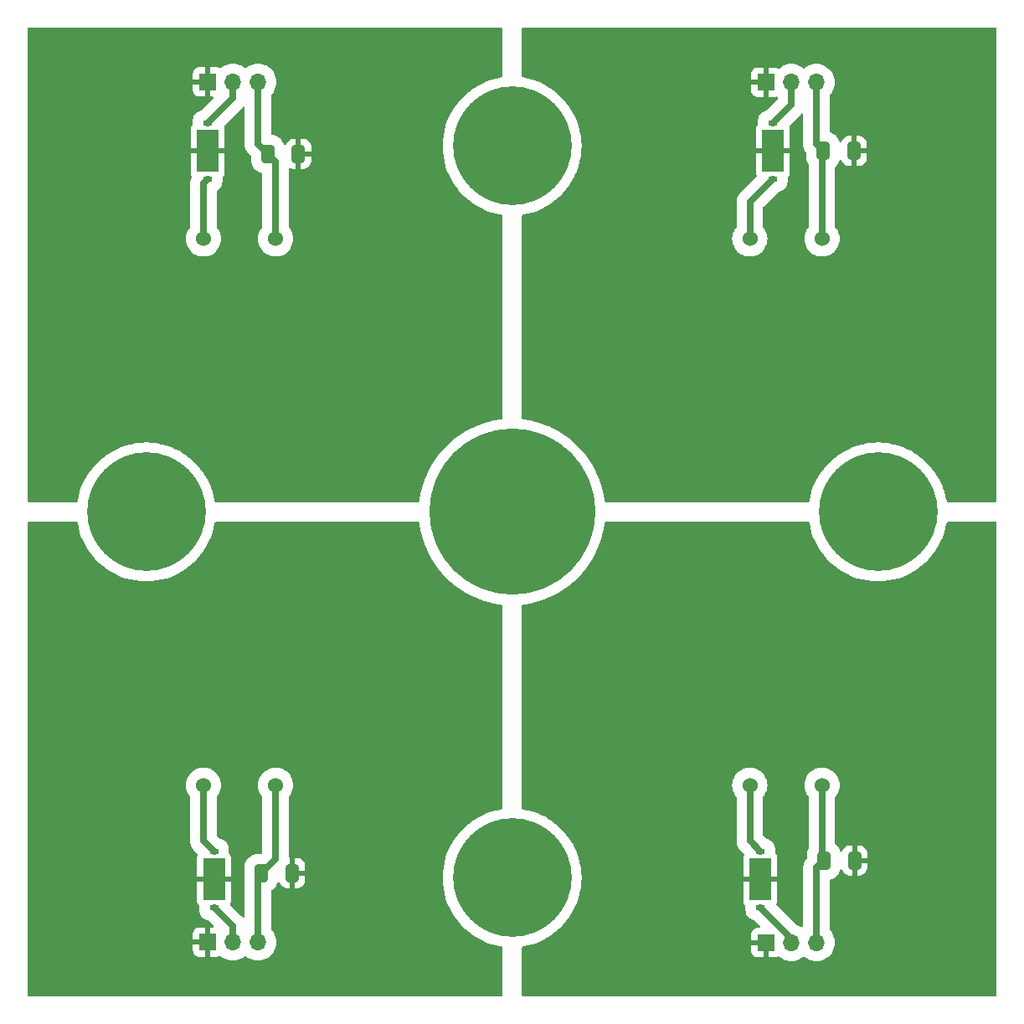
<source format=gbr>
%TF.GenerationSoftware,KiCad,Pcbnew,7.0.5-0*%
%TF.CreationDate,2023-07-24T12:13:10-04:00*%
%TF.ProjectId,quad_sipm,71756164-5f73-4697-906d-2e6b69636164,rev?*%
%TF.SameCoordinates,Original*%
%TF.FileFunction,Copper,L2,Bot*%
%TF.FilePolarity,Positive*%
%FSLAX46Y46*%
G04 Gerber Fmt 4.6, Leading zero omitted, Abs format (unit mm)*
G04 Created by KiCad (PCBNEW 7.0.5-0) date 2023-07-24 12:13:10*
%MOMM*%
%LPD*%
G01*
G04 APERTURE LIST*
G04 Aperture macros list*
%AMRoundRect*
0 Rectangle with rounded corners*
0 $1 Rounding radius*
0 $2 $3 $4 $5 $6 $7 $8 $9 X,Y pos of 4 corners*
0 Add a 4 corners polygon primitive as box body*
4,1,4,$2,$3,$4,$5,$6,$7,$8,$9,$2,$3,0*
0 Add four circle primitives for the rounded corners*
1,1,$1+$1,$2,$3*
1,1,$1+$1,$4,$5*
1,1,$1+$1,$6,$7*
1,1,$1+$1,$8,$9*
0 Add four rect primitives between the rounded corners*
20,1,$1+$1,$2,$3,$4,$5,0*
20,1,$1+$1,$4,$5,$6,$7,0*
20,1,$1+$1,$6,$7,$8,$9,0*
20,1,$1+$1,$8,$9,$2,$3,0*%
G04 Aperture macros list end*
%TA.AperFunction,ComponentPad*%
%ADD10C,16.800000*%
%TD*%
%TA.AperFunction,ComponentPad*%
%ADD11C,12.000000*%
%TD*%
%TA.AperFunction,ComponentPad*%
%ADD12C,1.524000*%
%TD*%
%TA.AperFunction,ComponentPad*%
%ADD13R,1.700000X1.700000*%
%TD*%
%TA.AperFunction,ComponentPad*%
%ADD14O,1.700000X1.700000*%
%TD*%
%TA.AperFunction,SMDPad,CuDef*%
%ADD15RoundRect,0.250000X0.412500X0.650000X-0.412500X0.650000X-0.412500X-0.650000X0.412500X-0.650000X0*%
%TD*%
%TA.AperFunction,SMDPad,CuDef*%
%ADD16R,0.939800X0.558800*%
%TD*%
%TA.AperFunction,SMDPad,CuDef*%
%ADD17R,2.184400X4.292600*%
%TD*%
%TA.AperFunction,Conductor*%
%ADD18C,0.635000*%
%TD*%
G04 APERTURE END LIST*
D10*
%TO.P,H2,1*%
%TO.N,N/C*%
X100000000Y-100000000D03*
%TD*%
D11*
%TO.P,H3,1*%
%TO.N,N/C*%
X100000000Y-137000000D03*
%TD*%
%TO.P,H4,1*%
%TO.N,N/C*%
X137000000Y-100000000D03*
%TD*%
%TO.P,H5,1*%
%TO.N,N/C*%
X63000000Y-100000000D03*
%TD*%
%TO.P,H1,1*%
%TO.N,N/C*%
X100000000Y-63000000D03*
%TD*%
D12*
%TO.P,D1,1,K*%
%TO.N,Net-(D1-K)*%
X131335000Y-127635000D03*
%TO.P,D1,2,A*%
%TO.N,Net-(D1-A)*%
X124035000Y-127635000D03*
%TD*%
%TO.P,D2,1,K*%
%TO.N,Net-(D2-K)*%
X76090000Y-127635000D03*
%TO.P,D2,2,A*%
%TO.N,Net-(D2-A)*%
X68790000Y-127635000D03*
%TD*%
%TO.P,D4,1,K*%
%TO.N,Net-(D4-K)*%
X76090000Y-72390000D03*
%TO.P,D4,2,A*%
%TO.N,Net-(D4-A)*%
X68790000Y-72390000D03*
%TD*%
%TO.P,D3,1,K*%
%TO.N,Net-(D3-K)*%
X131335000Y-72390000D03*
%TO.P,D3,2,A*%
%TO.N,Net-(D3-A)*%
X124035000Y-72390000D03*
%TD*%
D13*
%TO.P,J1,1,Pin_1*%
%TO.N,Net-(J1-Pin_1)*%
X125685000Y-143555000D03*
D14*
%TO.P,J1,2,Pin_2*%
%TO.N,Net-(J1-Pin_2)*%
X128225000Y-143555000D03*
%TO.P,J1,3,Pin_3*%
%TO.N,Net-(D1-K)*%
X130765000Y-143555000D03*
%TD*%
D15*
%TO.P,C4,1*%
%TO.N,Net-(J4-Pin_1)*%
X78397500Y-63792500D03*
%TO.P,C4,2*%
%TO.N,Net-(D4-K)*%
X75272500Y-63792500D03*
%TD*%
D13*
%TO.P,J3,1,Pin_1*%
%TO.N,Net-(J3-Pin_1)*%
X125685000Y-56560000D03*
D14*
%TO.P,J3,2,Pin_2*%
%TO.N,Net-(J3-Pin_2)*%
X128225000Y-56560000D03*
%TO.P,J3,3,Pin_3*%
%TO.N,Net-(D3-K)*%
X130765000Y-56560000D03*
%TD*%
D13*
%TO.P,J4,1,Pin_1*%
%TO.N,Net-(J4-Pin_1)*%
X69215000Y-56515000D03*
D14*
%TO.P,J4,2,Pin_2*%
%TO.N,Net-(J4-Pin_2)*%
X71755000Y-56515000D03*
%TO.P,J4,3,Pin_3*%
%TO.N,Net-(D4-K)*%
X74295000Y-56515000D03*
%TD*%
D15*
%TO.P,C3,1*%
%TO.N,Net-(J3-Pin_1)*%
X134570000Y-63500000D03*
%TO.P,C3,2*%
%TO.N,Net-(D3-K)*%
X131445000Y-63500000D03*
%TD*%
D13*
%TO.P,J2,1,Pin_1*%
%TO.N,Net-(J2-Pin_1)*%
X69215000Y-143510000D03*
D14*
%TO.P,J2,2,Pin_2*%
%TO.N,Net-(J2-Pin_2)*%
X71755000Y-143510000D03*
%TO.P,J2,3,Pin_3*%
%TO.N,Net-(D2-K)*%
X74295000Y-143510000D03*
%TD*%
D15*
%TO.P,C1,1*%
%TO.N,Net-(J1-Pin_1)*%
X134620000Y-135255000D03*
%TO.P,C1,2*%
%TO.N,Net-(D1-K)*%
X131495000Y-135255000D03*
%TD*%
%TO.P,C2,1*%
%TO.N,Net-(J2-Pin_1)*%
X77762500Y-136525000D03*
%TO.P,C2,2*%
%TO.N,Net-(D2-K)*%
X74637500Y-136525000D03*
%TD*%
D16*
%TO.P,U3,1,1*%
%TO.N,Net-(J3-Pin_2)*%
X126365000Y-60680600D03*
%TO.P,U3,2,2*%
%TO.N,Net-(D3-A)*%
X126365000Y-66319400D03*
D17*
%TO.P,U3,3,3*%
%TO.N,Net-(J3-Pin_1)*%
X126365000Y-63500000D03*
%TD*%
D16*
%TO.P,U2,1,1*%
%TO.N,Net-(J1-Pin_2)*%
X125095000Y-139979400D03*
%TO.P,U2,2,2*%
%TO.N,Net-(D1-A)*%
X125095000Y-134340600D03*
D17*
%TO.P,U2,3,3*%
%TO.N,Net-(J1-Pin_1)*%
X125095000Y-137160000D03*
%TD*%
D16*
%TO.P,U4,1,1*%
%TO.N,Net-(J4-Pin_2)*%
X69215000Y-60680600D03*
%TO.P,U4,2,2*%
%TO.N,Net-(D4-A)*%
X69215000Y-66319400D03*
D17*
%TO.P,U4,3,3*%
%TO.N,Net-(J4-Pin_1)*%
X69215000Y-63500000D03*
%TD*%
D16*
%TO.P,U1,1,1*%
%TO.N,Net-(J2-Pin_2)*%
X69850000Y-139979400D03*
%TO.P,U1,2,2*%
%TO.N,Net-(D2-A)*%
X69850000Y-134340600D03*
D17*
%TO.P,U1,3,3*%
%TO.N,Net-(J2-Pin_1)*%
X69850000Y-137160000D03*
%TD*%
D18*
%TO.N,Net-(J2-Pin_2)*%
X71755000Y-141884400D02*
X69850000Y-139979400D01*
X71755000Y-143510000D02*
X71755000Y-141884400D01*
%TO.N,Net-(J3-Pin_2)*%
X128225000Y-58820600D02*
X126365000Y-60680600D01*
X128225000Y-56560000D02*
X128225000Y-58820600D01*
%TO.N,Net-(J4-Pin_2)*%
X71755000Y-58140600D02*
X69215000Y-60680600D01*
X71755000Y-56515000D02*
X71755000Y-58140600D01*
%TO.N,Net-(J1-Pin_2)*%
X128225000Y-143109400D02*
X125095000Y-139979400D01*
X128225000Y-143555000D02*
X128225000Y-143109400D01*
%TO.N,Net-(D1-K)*%
X131335000Y-135095000D02*
X131495000Y-135255000D01*
X130765000Y-143555000D02*
X130765000Y-135985000D01*
X131335000Y-127635000D02*
X131335000Y-135095000D01*
X130765000Y-135985000D02*
X131495000Y-135255000D01*
%TO.N,Net-(D2-K)*%
X76090000Y-135072500D02*
X74637500Y-136525000D01*
X76090000Y-127635000D02*
X76090000Y-135072500D01*
X74295000Y-136867500D02*
X74295000Y-143510000D01*
X74637500Y-136525000D02*
X74295000Y-136867500D01*
%TO.N,Net-(D3-K)*%
X130765000Y-62820000D02*
X131445000Y-63500000D01*
X131335000Y-72390000D02*
X131335000Y-63610000D01*
X130765000Y-56560000D02*
X130765000Y-62820000D01*
X131335000Y-63610000D02*
X131445000Y-63500000D01*
%TO.N,Net-(D4-K)*%
X74295000Y-56515000D02*
X74295000Y-62815000D01*
X76090000Y-72390000D02*
X76090000Y-64610000D01*
X76090000Y-64610000D02*
X75272500Y-63792500D01*
X74295000Y-62815000D02*
X75272500Y-63792500D01*
%TO.N,Net-(D1-A)*%
X124035000Y-127635000D02*
X124035000Y-133280600D01*
X124035000Y-133280600D02*
X125095000Y-134340600D01*
%TO.N,Net-(D2-A)*%
X68790000Y-133280600D02*
X69850000Y-134340600D01*
X68790000Y-127635000D02*
X68790000Y-133280600D01*
%TO.N,Net-(D3-A)*%
X124035000Y-68649400D02*
X126365000Y-66319400D01*
X124035000Y-72390000D02*
X124035000Y-68649400D01*
%TO.N,Net-(D4-A)*%
X68790000Y-72390000D02*
X68790000Y-66744400D01*
X68790000Y-66744400D02*
X69215000Y-66319400D01*
%TD*%
%TA.AperFunction,Conductor*%
%TO.N,Net-(J3-Pin_1)*%
G36*
X148942121Y-51020002D02*
G01*
X148988614Y-51073658D01*
X149000000Y-51126000D01*
X149000000Y-98874000D01*
X148979998Y-98942121D01*
X148926342Y-98988614D01*
X148874000Y-99000000D01*
X144056178Y-99000000D01*
X143988057Y-98979998D01*
X143941564Y-98926342D01*
X143932375Y-98897425D01*
X143897659Y-98713953D01*
X143845369Y-98437589D01*
X143709468Y-97930403D01*
X143580392Y-97561525D01*
X143536049Y-97434799D01*
X143536048Y-97434798D01*
X143536046Y-97434791D01*
X143326072Y-96953524D01*
X143326069Y-96953519D01*
X143326062Y-96953503D01*
X143171250Y-96660588D01*
X143080719Y-96489295D01*
X143080709Y-96489279D01*
X142801366Y-96044706D01*
X142801354Y-96044689D01*
X142489561Y-95622224D01*
X142489548Y-95622208D01*
X142147067Y-95224239D01*
X142147058Y-95224228D01*
X142147045Y-95224215D01*
X142147034Y-95224203D01*
X141775796Y-94852965D01*
X141775784Y-94852954D01*
X141775772Y-94852942D01*
X141674361Y-94765671D01*
X141377791Y-94510451D01*
X141377775Y-94510438D01*
X140955310Y-94198645D01*
X140955293Y-94198633D01*
X140510720Y-93919290D01*
X140510712Y-93919285D01*
X140510705Y-93919281D01*
X140465089Y-93895172D01*
X140046496Y-93673937D01*
X140046470Y-93673925D01*
X139862513Y-93593666D01*
X139565209Y-93463954D01*
X139565202Y-93463951D01*
X139565200Y-93463950D01*
X139069605Y-93290534D01*
X138562412Y-93154631D01*
X138046487Y-93057013D01*
X137524711Y-92998222D01*
X137000000Y-92978590D01*
X136475288Y-92998222D01*
X135953512Y-93057013D01*
X135437587Y-93154631D01*
X134930394Y-93290534D01*
X134434799Y-93463950D01*
X134434796Y-93463952D01*
X133953529Y-93673925D01*
X133953503Y-93673937D01*
X133489300Y-93919278D01*
X133489279Y-93919290D01*
X133044706Y-94198633D01*
X133044689Y-94198645D01*
X132622224Y-94510438D01*
X132622208Y-94510451D01*
X132224239Y-94852932D01*
X132224203Y-94852965D01*
X131852965Y-95224203D01*
X131852932Y-95224239D01*
X131510451Y-95622208D01*
X131510438Y-95622224D01*
X131198645Y-96044689D01*
X131198633Y-96044706D01*
X130919290Y-96489279D01*
X130919278Y-96489300D01*
X130673937Y-96953503D01*
X130673925Y-96953529D01*
X130463952Y-97434796D01*
X130463950Y-97434799D01*
X130290534Y-97930394D01*
X130154631Y-98437587D01*
X130067625Y-98897425D01*
X130035308Y-98960639D01*
X129973944Y-98996347D01*
X129943822Y-99000000D01*
X109477770Y-99000000D01*
X109409649Y-98979998D01*
X109363156Y-98926342D01*
X109352377Y-98886350D01*
X109340942Y-98770251D01*
X109340941Y-98770249D01*
X109340941Y-98770242D01*
X109240512Y-98161948D01*
X109186523Y-97930403D01*
X109100512Y-97561520D01*
X108921547Y-96971555D01*
X108921545Y-96971547D01*
X108740040Y-96489300D01*
X108704372Y-96394531D01*
X108449926Y-95832958D01*
X108159296Y-95289228D01*
X107833728Y-94765671D01*
X107474613Y-94264527D01*
X107083492Y-93787944D01*
X106662038Y-93337962D01*
X106212056Y-92916508D01*
X105735473Y-92525387D01*
X105234329Y-92166272D01*
X104710772Y-91840704D01*
X104710771Y-91840703D01*
X104167054Y-91550080D01*
X104167037Y-91550071D01*
X103754548Y-91363174D01*
X103605469Y-91295628D01*
X103605464Y-91295626D01*
X103028452Y-91078454D01*
X103028444Y-91078452D01*
X102438479Y-90899487D01*
X101838066Y-90759490D01*
X101229760Y-90659059D01*
X101113649Y-90647622D01*
X101047817Y-90621039D01*
X101006807Y-90563084D01*
X101000000Y-90522229D01*
X101000000Y-72390000D01*
X122251513Y-72390000D01*
X122271433Y-72655815D01*
X122271434Y-72655819D01*
X122330746Y-72915687D01*
X122428130Y-73163819D01*
X122428132Y-73163823D01*
X122561411Y-73394670D01*
X122561413Y-73394673D01*
X122561414Y-73394674D01*
X122727612Y-73603079D01*
X122923014Y-73784386D01*
X122923020Y-73784390D01*
X123143247Y-73934539D01*
X123143254Y-73934543D01*
X123143257Y-73934545D01*
X123281711Y-74001220D01*
X123383414Y-74050199D01*
X123383427Y-74050204D01*
X123638126Y-74128768D01*
X123638128Y-74128768D01*
X123638137Y-74128771D01*
X123901720Y-74168500D01*
X123901725Y-74168500D01*
X124168275Y-74168500D01*
X124168280Y-74168500D01*
X124431863Y-74128771D01*
X124431873Y-74128768D01*
X124686572Y-74050204D01*
X124686574Y-74050202D01*
X124686581Y-74050201D01*
X124686586Y-74050198D01*
X124686590Y-74050197D01*
X124926738Y-73934548D01*
X124926738Y-73934547D01*
X124926744Y-73934545D01*
X125146986Y-73784386D01*
X125342388Y-73603079D01*
X125508586Y-73394674D01*
X125641866Y-73163826D01*
X125739252Y-72915692D01*
X125798567Y-72655815D01*
X125818487Y-72390000D01*
X125798567Y-72124185D01*
X125739252Y-71864308D01*
X125693577Y-71747931D01*
X125641869Y-71616180D01*
X125641867Y-71616176D01*
X125508588Y-71385329D01*
X125396489Y-71244761D01*
X125369655Y-71179031D01*
X125369000Y-71166201D01*
X125369000Y-69254150D01*
X125389002Y-69186029D01*
X125405900Y-69165060D01*
X126931520Y-67639439D01*
X126993830Y-67605416D01*
X127008252Y-67603144D01*
X127034169Y-67600592D01*
X127225780Y-67542467D01*
X127402369Y-67448078D01*
X127557152Y-67321052D01*
X127684178Y-67166269D01*
X127778567Y-66989680D01*
X127836692Y-66798069D01*
X127851400Y-66648734D01*
X127851400Y-66202314D01*
X127871402Y-66134194D01*
X127888305Y-66113219D01*
X127962936Y-66038588D01*
X127962938Y-66038585D01*
X128044604Y-65900497D01*
X128089365Y-65746430D01*
X128089367Y-65746417D01*
X128092199Y-65710436D01*
X128092200Y-65710435D01*
X128092200Y-63754000D01*
X124637800Y-63754000D01*
X124637800Y-65710436D01*
X124640632Y-65746417D01*
X124640634Y-65746430D01*
X124685395Y-65900496D01*
X124714407Y-65949554D01*
X124731866Y-66018371D01*
X124709348Y-66085702D01*
X124695049Y-66102787D01*
X123174245Y-67623593D01*
X123009200Y-67788637D01*
X123009191Y-67788647D01*
X122977237Y-67834282D01*
X122973891Y-67838643D01*
X122938076Y-67881326D01*
X122910215Y-67929581D01*
X122907262Y-67934217D01*
X122875309Y-67979850D01*
X122851765Y-68030339D01*
X122849228Y-68035213D01*
X122821365Y-68083474D01*
X122802308Y-68135833D01*
X122800204Y-68140911D01*
X122776660Y-68191400D01*
X122776659Y-68191403D01*
X122762240Y-68245218D01*
X122760588Y-68250459D01*
X122741533Y-68302816D01*
X122731857Y-68357684D01*
X122730667Y-68363049D01*
X122716247Y-68416866D01*
X122711391Y-68472371D01*
X122710674Y-68477820D01*
X122701000Y-68532689D01*
X122701000Y-71166201D01*
X122680998Y-71234322D01*
X122673511Y-71244761D01*
X122561411Y-71385329D01*
X122428132Y-71616176D01*
X122428130Y-71616180D01*
X122330746Y-71864312D01*
X122271434Y-72124180D01*
X122271433Y-72124185D01*
X122251513Y-72390000D01*
X101000000Y-72390000D01*
X101000000Y-70056178D01*
X101020002Y-69988057D01*
X101073658Y-69941564D01*
X101102575Y-69932375D01*
X101257671Y-69903028D01*
X101562411Y-69845369D01*
X102069597Y-69709468D01*
X102565209Y-69536046D01*
X103046476Y-69326072D01*
X103046487Y-69326065D01*
X103046496Y-69326062D01*
X103198527Y-69245710D01*
X103510705Y-69080719D01*
X103955301Y-68801361D01*
X104377778Y-68489559D01*
X104775772Y-68147058D01*
X105147058Y-67775772D01*
X105489559Y-67377778D01*
X105801361Y-66955301D01*
X106080719Y-66510705D01*
X106296311Y-66102787D01*
X106326062Y-66046496D01*
X106326065Y-66046487D01*
X106326072Y-66046476D01*
X106536046Y-65565209D01*
X106709468Y-65069597D01*
X106845369Y-64562411D01*
X106942987Y-64046487D01*
X107001777Y-63524711D01*
X107021410Y-63000000D01*
X107001777Y-62475289D01*
X106942987Y-61953513D01*
X106845369Y-61437589D01*
X106709468Y-60930403D01*
X106536046Y-60434791D01*
X106326072Y-59953524D01*
X106326069Y-59953519D01*
X106326062Y-59953503D01*
X106156914Y-59633462D01*
X106080719Y-59489295D01*
X106060761Y-59457532D01*
X105801366Y-59044706D01*
X105801354Y-59044689D01*
X105489561Y-58622224D01*
X105489548Y-58622208D01*
X105147067Y-58224239D01*
X105147058Y-58224228D01*
X105147045Y-58224215D01*
X105147034Y-58224203D01*
X104775796Y-57852965D01*
X104775784Y-57852954D01*
X104775772Y-57852942D01*
X104689864Y-57779012D01*
X104377791Y-57510451D01*
X104377775Y-57510438D01*
X104328587Y-57474136D01*
X124200000Y-57474136D01*
X124202832Y-57510117D01*
X124202834Y-57510130D01*
X124247595Y-57664197D01*
X124329261Y-57802285D01*
X124329266Y-57802292D01*
X124442707Y-57915733D01*
X124442714Y-57915738D01*
X124580802Y-57997404D01*
X124734869Y-58042165D01*
X124734882Y-58042167D01*
X124770863Y-58044999D01*
X124770865Y-58045000D01*
X125431000Y-58045000D01*
X125431000Y-56993674D01*
X125542685Y-57044680D01*
X125649237Y-57060000D01*
X125720763Y-57060000D01*
X125827315Y-57044680D01*
X125939000Y-56993674D01*
X125939000Y-58045000D01*
X126599135Y-58045000D01*
X126599136Y-58044999D01*
X126635117Y-58042167D01*
X126635127Y-58042165D01*
X126729846Y-58014647D01*
X126800843Y-58014850D01*
X126860459Y-58053403D01*
X126889768Y-58118068D01*
X126891000Y-58135644D01*
X126891000Y-58215848D01*
X126870998Y-58283969D01*
X126854095Y-58304943D01*
X125798479Y-59360558D01*
X125736167Y-59394584D01*
X125721738Y-59396856D01*
X125708448Y-59398165D01*
X125695831Y-59399408D01*
X125612397Y-59424717D01*
X125504222Y-59457532D01*
X125504216Y-59457534D01*
X125327633Y-59551920D01*
X125172848Y-59678948D01*
X125045820Y-59833733D01*
X124951434Y-60010316D01*
X124951432Y-60010322D01*
X124893306Y-60201936D01*
X124893306Y-60201939D01*
X124878600Y-60351257D01*
X124878599Y-60351275D01*
X124878599Y-60797684D01*
X124858597Y-60865805D01*
X124841695Y-60886779D01*
X124767063Y-60961411D01*
X124767061Y-60961414D01*
X124685395Y-61099502D01*
X124640634Y-61253569D01*
X124640632Y-61253582D01*
X124637800Y-61289563D01*
X124637800Y-63246000D01*
X128092200Y-63246000D01*
X128092200Y-61289564D01*
X128092199Y-61289563D01*
X128089367Y-61253582D01*
X128089365Y-61253569D01*
X128044604Y-61099502D01*
X128015591Y-61050444D01*
X127998131Y-60981628D01*
X128020648Y-60914297D01*
X128034938Y-60897222D01*
X129209467Y-59722694D01*
X129209466Y-59722694D01*
X129215905Y-59716254D01*
X129278217Y-59682230D01*
X129349033Y-59687295D01*
X129405868Y-59729842D01*
X129430679Y-59796362D01*
X129431000Y-59805351D01*
X129431000Y-62936710D01*
X129440673Y-62991578D01*
X129441391Y-62997027D01*
X129446247Y-63052532D01*
X129460667Y-63106348D01*
X129461857Y-63111714D01*
X129471533Y-63166583D01*
X129490584Y-63218928D01*
X129492237Y-63224170D01*
X129506658Y-63277990D01*
X129506664Y-63278005D01*
X129530203Y-63328485D01*
X129532307Y-63333564D01*
X129551365Y-63385926D01*
X129579227Y-63434184D01*
X129581765Y-63439060D01*
X129605309Y-63489548D01*
X129605311Y-63489550D01*
X129605312Y-63489553D01*
X129620419Y-63511128D01*
X129637262Y-63535182D01*
X129640212Y-63539811D01*
X129668076Y-63588073D01*
X129668077Y-63588074D01*
X129703887Y-63630750D01*
X129707235Y-63635113D01*
X129742349Y-63685261D01*
X129740456Y-63686586D01*
X129764980Y-63742559D01*
X129766000Y-63758560D01*
X129766000Y-64215042D01*
X129776537Y-64348925D01*
X129776537Y-64348928D01*
X129776538Y-64348929D01*
X129832239Y-64569985D01*
X129832242Y-64569994D01*
X129926518Y-64777550D01*
X129926519Y-64777551D01*
X129978572Y-64852687D01*
X130000923Y-64920074D01*
X130000999Y-64924441D01*
X130001000Y-71166201D01*
X129980998Y-71234322D01*
X129973511Y-71244761D01*
X129861411Y-71385329D01*
X129728132Y-71616176D01*
X129728130Y-71616180D01*
X129630746Y-71864312D01*
X129571434Y-72124180D01*
X129571433Y-72124185D01*
X129551513Y-72390000D01*
X129571433Y-72655815D01*
X129571434Y-72655819D01*
X129630746Y-72915687D01*
X129728130Y-73163819D01*
X129728132Y-73163823D01*
X129861411Y-73394670D01*
X129861413Y-73394673D01*
X129861414Y-73394674D01*
X130027612Y-73603079D01*
X130223014Y-73784386D01*
X130223020Y-73784390D01*
X130443247Y-73934539D01*
X130443254Y-73934543D01*
X130443257Y-73934545D01*
X130581711Y-74001220D01*
X130683414Y-74050199D01*
X130683427Y-74050204D01*
X130938126Y-74128768D01*
X130938128Y-74128768D01*
X130938137Y-74128771D01*
X131201720Y-74168500D01*
X131201725Y-74168500D01*
X131468275Y-74168500D01*
X131468280Y-74168500D01*
X131731863Y-74128771D01*
X131731873Y-74128768D01*
X131986572Y-74050204D01*
X131986574Y-74050202D01*
X131986581Y-74050201D01*
X131986586Y-74050198D01*
X131986590Y-74050197D01*
X132226738Y-73934548D01*
X132226738Y-73934547D01*
X132226744Y-73934545D01*
X132446986Y-73784386D01*
X132642388Y-73603079D01*
X132808586Y-73394674D01*
X132941866Y-73163826D01*
X133039252Y-72915692D01*
X133098567Y-72655815D01*
X133118487Y-72390000D01*
X133098567Y-72124185D01*
X133039252Y-71864308D01*
X132993577Y-71747931D01*
X132941869Y-71616180D01*
X132941867Y-71616176D01*
X132808588Y-71385329D01*
X132808586Y-71385326D01*
X132696486Y-71244758D01*
X132669654Y-71179031D01*
X132668999Y-71166220D01*
X132668999Y-65181792D01*
X132689001Y-65113672D01*
X132705899Y-65092702D01*
X132833652Y-64964950D01*
X132963479Y-64777554D01*
X133057760Y-64569989D01*
X133082806Y-64470589D01*
X133118845Y-64409423D01*
X133182234Y-64377449D01*
X133252847Y-64384822D01*
X133308264Y-64429200D01*
X133323958Y-64462893D01*
X133324363Y-64462738D01*
X133326595Y-64468555D01*
X133326690Y-64468757D01*
X133326728Y-64468899D01*
X133411187Y-64634658D01*
X133411188Y-64634661D01*
X133528263Y-64779236D01*
X133672838Y-64896311D01*
X133672841Y-64896312D01*
X133838597Y-64980769D01*
X134018289Y-65028917D01*
X134095561Y-65035000D01*
X134316000Y-65035000D01*
X134316000Y-63754000D01*
X134824000Y-63754000D01*
X134824000Y-65035000D01*
X135044439Y-65035000D01*
X135121710Y-65028917D01*
X135301402Y-64980769D01*
X135467158Y-64896312D01*
X135467161Y-64896311D01*
X135611736Y-64779236D01*
X135728811Y-64634661D01*
X135728812Y-64634658D01*
X135813269Y-64468902D01*
X135861417Y-64289210D01*
X135867500Y-64211938D01*
X135867500Y-63754000D01*
X134824000Y-63754000D01*
X134316000Y-63754000D01*
X134316000Y-61965000D01*
X134824000Y-61965000D01*
X134824000Y-63246000D01*
X135867500Y-63246000D01*
X135867500Y-62788061D01*
X135861417Y-62710789D01*
X135813269Y-62531097D01*
X135728812Y-62365341D01*
X135728811Y-62365338D01*
X135611736Y-62220763D01*
X135467161Y-62103688D01*
X135467158Y-62103687D01*
X135301402Y-62019230D01*
X135121710Y-61971082D01*
X135044439Y-61965000D01*
X134824000Y-61965000D01*
X134316000Y-61965000D01*
X134095561Y-61965000D01*
X134018289Y-61971082D01*
X133838597Y-62019230D01*
X133672841Y-62103687D01*
X133672838Y-62103688D01*
X133528263Y-62220763D01*
X133411188Y-62365338D01*
X133411187Y-62365341D01*
X133326728Y-62531100D01*
X133326689Y-62531247D01*
X133326642Y-62531322D01*
X133324363Y-62537262D01*
X133323276Y-62536844D01*
X133289730Y-62591865D01*
X133225866Y-62622879D01*
X133155372Y-62614442D01*
X133100631Y-62569232D01*
X133082805Y-62529407D01*
X133069168Y-62475288D01*
X133057760Y-62430011D01*
X132963479Y-62222446D01*
X132833652Y-62035050D01*
X132833650Y-62035048D01*
X132833642Y-62035039D01*
X132672460Y-61873857D01*
X132672451Y-61873849D01*
X132672450Y-61873848D01*
X132485054Y-61744021D01*
X132277489Y-61649740D01*
X132194211Y-61628755D01*
X132133043Y-61592715D01*
X132101070Y-61529325D01*
X132099000Y-61506585D01*
X132099000Y-57917816D01*
X132119001Y-57849699D01*
X132135898Y-57828730D01*
X132179210Y-57785420D01*
X132339211Y-57571684D01*
X132467165Y-57337353D01*
X132560468Y-57087197D01*
X132617221Y-56826309D01*
X132636268Y-56560000D01*
X132617221Y-56293691D01*
X132568043Y-56067625D01*
X132560470Y-56032811D01*
X132560470Y-56032810D01*
X132560468Y-56032806D01*
X132560468Y-56032803D01*
X132467165Y-55782647D01*
X132339211Y-55548316D01*
X132179210Y-55334580D01*
X131990420Y-55145790D01*
X131990417Y-55145788D01*
X131990414Y-55145785D01*
X131895856Y-55075000D01*
X131776684Y-54985789D01*
X131648728Y-54915920D01*
X131542352Y-54857834D01*
X131292189Y-54764529D01*
X131031311Y-54707779D01*
X131031313Y-54707779D01*
X130818261Y-54692541D01*
X130765000Y-54688732D01*
X130764999Y-54688732D01*
X130498687Y-54707779D01*
X130237811Y-54764529D01*
X130237810Y-54764529D01*
X129987647Y-54857834D01*
X129753316Y-54985789D01*
X129570509Y-55122636D01*
X129503988Y-55147447D01*
X129434614Y-55132355D01*
X129419491Y-55122636D01*
X129324673Y-55051657D01*
X129236684Y-54985789D01*
X129108728Y-54915920D01*
X129002352Y-54857834D01*
X128752189Y-54764529D01*
X128491311Y-54707779D01*
X128491313Y-54707779D01*
X128278261Y-54692541D01*
X128225000Y-54688732D01*
X128224999Y-54688732D01*
X127958687Y-54707779D01*
X127697811Y-54764529D01*
X127697810Y-54764529D01*
X127447647Y-54857834D01*
X127213316Y-54985789D01*
X126999580Y-55145790D01*
X126998700Y-55146553D01*
X126998345Y-55146715D01*
X126995978Y-55148487D01*
X126995592Y-55147971D01*
X126934116Y-55176039D01*
X126863843Y-55165927D01*
X126852059Y-55159772D01*
X126789197Y-55122595D01*
X126635130Y-55077834D01*
X126635117Y-55077832D01*
X126599136Y-55075000D01*
X125939000Y-55075000D01*
X125939000Y-56126325D01*
X125827315Y-56075320D01*
X125720763Y-56060000D01*
X125649237Y-56060000D01*
X125542685Y-56075320D01*
X125431000Y-56126325D01*
X125431000Y-55075000D01*
X124770864Y-55075000D01*
X124734882Y-55077832D01*
X124734869Y-55077834D01*
X124580802Y-55122595D01*
X124442714Y-55204261D01*
X124442707Y-55204266D01*
X124329266Y-55317707D01*
X124329261Y-55317714D01*
X124247595Y-55455802D01*
X124202834Y-55609869D01*
X124202832Y-55609882D01*
X124200000Y-55645863D01*
X124200000Y-56306000D01*
X125253884Y-56306000D01*
X125225507Y-56350156D01*
X125185000Y-56488111D01*
X125185000Y-56631889D01*
X125225507Y-56769844D01*
X125253884Y-56814000D01*
X124200000Y-56814000D01*
X124200000Y-57474136D01*
X104328587Y-57474136D01*
X103955310Y-57198645D01*
X103955293Y-57198633D01*
X103510720Y-56919290D01*
X103510712Y-56919285D01*
X103510705Y-56919281D01*
X103456813Y-56890798D01*
X103046496Y-56673937D01*
X103046470Y-56673925D01*
X102785347Y-56559999D01*
X102565209Y-56463954D01*
X102565202Y-56463951D01*
X102565200Y-56463950D01*
X102069605Y-56290534D01*
X101562412Y-56154631D01*
X101102575Y-56067625D01*
X101039361Y-56035308D01*
X101003653Y-55973944D01*
X101000000Y-55943822D01*
X101000000Y-51126000D01*
X101020002Y-51057879D01*
X101073658Y-51011386D01*
X101126000Y-51000000D01*
X148874000Y-51000000D01*
X148942121Y-51020002D01*
G37*
%TD.AperFunction*%
%TD*%
%TA.AperFunction,Conductor*%
%TO.N,Net-(J4-Pin_1)*%
G36*
X98942121Y-51020002D02*
G01*
X98988614Y-51073658D01*
X99000000Y-51126000D01*
X99000000Y-55943822D01*
X98979998Y-56011943D01*
X98926342Y-56058436D01*
X98897425Y-56067625D01*
X98437587Y-56154631D01*
X97930394Y-56290534D01*
X97434799Y-56463950D01*
X97434796Y-56463952D01*
X96953529Y-56673925D01*
X96953503Y-56673937D01*
X96489300Y-56919278D01*
X96489279Y-56919290D01*
X96044706Y-57198633D01*
X96044689Y-57198645D01*
X95622224Y-57510438D01*
X95622208Y-57510451D01*
X95224239Y-57852932D01*
X95224203Y-57852965D01*
X94852965Y-58224203D01*
X94852932Y-58224239D01*
X94510451Y-58622208D01*
X94510438Y-58622224D01*
X94198645Y-59044689D01*
X94198633Y-59044706D01*
X93919290Y-59489279D01*
X93919278Y-59489300D01*
X93673937Y-59953503D01*
X93673925Y-59953529D01*
X93463952Y-60434796D01*
X93463950Y-60434799D01*
X93290534Y-60930394D01*
X93154631Y-61437587D01*
X93057013Y-61953512D01*
X92998222Y-62475288D01*
X92978590Y-62999999D01*
X92998222Y-63524711D01*
X93057013Y-64046487D01*
X93154631Y-64562412D01*
X93290534Y-65069605D01*
X93463950Y-65565200D01*
X93463951Y-65565202D01*
X93463954Y-65565209D01*
X93527316Y-65710436D01*
X93673925Y-66046470D01*
X93673937Y-66046496D01*
X93919278Y-66510699D01*
X93919290Y-66510720D01*
X94198633Y-66955293D01*
X94198645Y-66955310D01*
X94510438Y-67377775D01*
X94510451Y-67377791D01*
X94636354Y-67524092D01*
X94852942Y-67775772D01*
X94852954Y-67775784D01*
X94852965Y-67775796D01*
X95224203Y-68147034D01*
X95224215Y-68147045D01*
X95224228Y-68147058D01*
X95346780Y-68252522D01*
X95622208Y-68489548D01*
X95622224Y-68489561D01*
X96044689Y-68801354D01*
X96044706Y-68801366D01*
X96489279Y-69080709D01*
X96489295Y-69080719D01*
X96660588Y-69171250D01*
X96953503Y-69326062D01*
X96953519Y-69326069D01*
X96953524Y-69326072D01*
X97434791Y-69536046D01*
X97434798Y-69536048D01*
X97434799Y-69536049D01*
X97930394Y-69709465D01*
X97930403Y-69709468D01*
X98437589Y-69845369D01*
X98713953Y-69897659D01*
X98897425Y-69932375D01*
X98960639Y-69964692D01*
X98996347Y-70026056D01*
X99000000Y-70056178D01*
X99000000Y-90522229D01*
X98979998Y-90590350D01*
X98926342Y-90636843D01*
X98886351Y-90647622D01*
X98770239Y-90659059D01*
X98161933Y-90759490D01*
X97561520Y-90899487D01*
X96971555Y-91078452D01*
X96971547Y-91078454D01*
X96394535Y-91295626D01*
X95832962Y-91550071D01*
X95832945Y-91550080D01*
X95289227Y-91840704D01*
X94765671Y-92166272D01*
X94765667Y-92166274D01*
X94264529Y-92525385D01*
X94264528Y-92525386D01*
X93787943Y-92916509D01*
X93337962Y-93337962D01*
X92916509Y-93787943D01*
X92525386Y-94264528D01*
X92525385Y-94264529D01*
X92166274Y-94765667D01*
X92166272Y-94765671D01*
X91840704Y-95289227D01*
X91550080Y-95832945D01*
X91550071Y-95832962D01*
X91295626Y-96394535D01*
X91078454Y-96971547D01*
X91078452Y-96971555D01*
X90899487Y-97561520D01*
X90759490Y-98161933D01*
X90659060Y-98770235D01*
X90659057Y-98770251D01*
X90647623Y-98886350D01*
X90621040Y-98952183D01*
X90563086Y-98993192D01*
X90522230Y-99000000D01*
X70056178Y-99000000D01*
X69988057Y-98979998D01*
X69941564Y-98926342D01*
X69932375Y-98897425D01*
X69897659Y-98713953D01*
X69845369Y-98437589D01*
X69709468Y-97930403D01*
X69580392Y-97561525D01*
X69536049Y-97434799D01*
X69536048Y-97434798D01*
X69536046Y-97434791D01*
X69326072Y-96953524D01*
X69326069Y-96953519D01*
X69326062Y-96953503D01*
X69171250Y-96660588D01*
X69080719Y-96489295D01*
X69080709Y-96489279D01*
X68801366Y-96044706D01*
X68801354Y-96044689D01*
X68489561Y-95622224D01*
X68489548Y-95622208D01*
X68147067Y-95224239D01*
X68147058Y-95224228D01*
X68147045Y-95224215D01*
X68147034Y-95224203D01*
X67775796Y-94852965D01*
X67775784Y-94852954D01*
X67775772Y-94852942D01*
X67674361Y-94765671D01*
X67377791Y-94510451D01*
X67377775Y-94510438D01*
X66955310Y-94198645D01*
X66955293Y-94198633D01*
X66510720Y-93919290D01*
X66510712Y-93919285D01*
X66510705Y-93919281D01*
X66465089Y-93895172D01*
X66046496Y-93673937D01*
X66046470Y-93673925D01*
X65862513Y-93593666D01*
X65565209Y-93463954D01*
X65565202Y-93463951D01*
X65565200Y-93463950D01*
X65069605Y-93290534D01*
X64562412Y-93154631D01*
X64046487Y-93057013D01*
X63524711Y-92998222D01*
X63018923Y-92979298D01*
X63000000Y-92978590D01*
X62999999Y-92978590D01*
X62475288Y-92998222D01*
X61953512Y-93057013D01*
X61437587Y-93154631D01*
X60930394Y-93290534D01*
X60434799Y-93463950D01*
X60434796Y-93463952D01*
X59953529Y-93673925D01*
X59953503Y-93673937D01*
X59489300Y-93919278D01*
X59489279Y-93919290D01*
X59044706Y-94198633D01*
X59044689Y-94198645D01*
X58622224Y-94510438D01*
X58622208Y-94510451D01*
X58224239Y-94852932D01*
X58224203Y-94852965D01*
X57852965Y-95224203D01*
X57852932Y-95224239D01*
X57510451Y-95622208D01*
X57510438Y-95622224D01*
X57198645Y-96044689D01*
X57198633Y-96044706D01*
X56919290Y-96489279D01*
X56919278Y-96489300D01*
X56673937Y-96953503D01*
X56673925Y-96953529D01*
X56463952Y-97434796D01*
X56463950Y-97434799D01*
X56290534Y-97930394D01*
X56154631Y-98437587D01*
X56067625Y-98897425D01*
X56035308Y-98960639D01*
X55973944Y-98996347D01*
X55943822Y-99000000D01*
X51126000Y-99000000D01*
X51057879Y-98979998D01*
X51011386Y-98926342D01*
X51000000Y-98874000D01*
X51000000Y-72390000D01*
X67006513Y-72390000D01*
X67026433Y-72655815D01*
X67026434Y-72655819D01*
X67085746Y-72915687D01*
X67183130Y-73163819D01*
X67183132Y-73163823D01*
X67316411Y-73394670D01*
X67316413Y-73394673D01*
X67316414Y-73394674D01*
X67482612Y-73603079D01*
X67678014Y-73784386D01*
X67678020Y-73784390D01*
X67898247Y-73934539D01*
X67898254Y-73934543D01*
X67898257Y-73934545D01*
X68036711Y-74001221D01*
X68138414Y-74050199D01*
X68138427Y-74050204D01*
X68393126Y-74128768D01*
X68393128Y-74128768D01*
X68393137Y-74128771D01*
X68656720Y-74168500D01*
X68656725Y-74168500D01*
X68923275Y-74168500D01*
X68923280Y-74168500D01*
X69186863Y-74128771D01*
X69186873Y-74128768D01*
X69441572Y-74050204D01*
X69441574Y-74050202D01*
X69441581Y-74050201D01*
X69441586Y-74050198D01*
X69441590Y-74050197D01*
X69681738Y-73934548D01*
X69681738Y-73934547D01*
X69681744Y-73934545D01*
X69901986Y-73784386D01*
X70097388Y-73603079D01*
X70263586Y-73394674D01*
X70396866Y-73163826D01*
X70494252Y-72915692D01*
X70553567Y-72655815D01*
X70573487Y-72390000D01*
X70553567Y-72124185D01*
X70494252Y-71864308D01*
X70448577Y-71747931D01*
X70396869Y-71616180D01*
X70396867Y-71616176D01*
X70263588Y-71385329D01*
X70151489Y-71244761D01*
X70124655Y-71179031D01*
X70124000Y-71166201D01*
X70124000Y-67592213D01*
X70144002Y-67524092D01*
X70190601Y-67481092D01*
X70252369Y-67448078D01*
X70407152Y-67321052D01*
X70534178Y-67166269D01*
X70628567Y-66989680D01*
X70686692Y-66798069D01*
X70701400Y-66648734D01*
X70701400Y-66202314D01*
X70721402Y-66134194D01*
X70738305Y-66113219D01*
X70812936Y-66038588D01*
X70812938Y-66038585D01*
X70894604Y-65900497D01*
X70939365Y-65746430D01*
X70939367Y-65746417D01*
X70942199Y-65710436D01*
X70942200Y-65710435D01*
X70942200Y-63754000D01*
X67487800Y-63754000D01*
X67487800Y-65710436D01*
X67490632Y-65746417D01*
X67490634Y-65746430D01*
X67535394Y-65900494D01*
X67599856Y-66009493D01*
X67617315Y-66078309D01*
X67600523Y-66136629D01*
X67576365Y-66178473D01*
X67576365Y-66178474D01*
X67557308Y-66230833D01*
X67555204Y-66235911D01*
X67531660Y-66286400D01*
X67531659Y-66286403D01*
X67517240Y-66340218D01*
X67515588Y-66345459D01*
X67496533Y-66397816D01*
X67486857Y-66452684D01*
X67485667Y-66458049D01*
X67471247Y-66511866D01*
X67466391Y-66567371D01*
X67465674Y-66572820D01*
X67456000Y-66627689D01*
X67456000Y-71166201D01*
X67435998Y-71234322D01*
X67428511Y-71244761D01*
X67316411Y-71385329D01*
X67183132Y-71616176D01*
X67183130Y-71616180D01*
X67085746Y-71864312D01*
X67026434Y-72124180D01*
X67026433Y-72124185D01*
X67006513Y-72390000D01*
X51000000Y-72390000D01*
X51000000Y-63246000D01*
X67487800Y-63246000D01*
X70942200Y-63246000D01*
X70942200Y-61289564D01*
X70942199Y-61289563D01*
X70939367Y-61253582D01*
X70939365Y-61253569D01*
X70894604Y-61099502D01*
X70865591Y-61050444D01*
X70848131Y-60981628D01*
X70870648Y-60914297D01*
X70884938Y-60897221D01*
X72739467Y-59042694D01*
X72745905Y-59036256D01*
X72808217Y-59002230D01*
X72879032Y-59007295D01*
X72935868Y-59049842D01*
X72960679Y-59116362D01*
X72961000Y-59125351D01*
X72961000Y-62931710D01*
X72970673Y-62986578D01*
X72971391Y-62992027D01*
X72976247Y-63047532D01*
X72990667Y-63101348D01*
X72991857Y-63106714D01*
X73001533Y-63161583D01*
X73020584Y-63213928D01*
X73022237Y-63219170D01*
X73036658Y-63272990D01*
X73036664Y-63273005D01*
X73060203Y-63323485D01*
X73062307Y-63328564D01*
X73081365Y-63380926D01*
X73109227Y-63429184D01*
X73111765Y-63434060D01*
X73135309Y-63484548D01*
X73135311Y-63484550D01*
X73135312Y-63484553D01*
X73150419Y-63506128D01*
X73167262Y-63530182D01*
X73170212Y-63534811D01*
X73198076Y-63583073D01*
X73198077Y-63583074D01*
X73233888Y-63625752D01*
X73237234Y-63630113D01*
X73269192Y-63675753D01*
X73269194Y-63675755D01*
X73328248Y-63734810D01*
X73328254Y-63734815D01*
X73556595Y-63963155D01*
X73590620Y-64025468D01*
X73593500Y-64052251D01*
X73593500Y-64507542D01*
X73604037Y-64641425D01*
X73604037Y-64641428D01*
X73604038Y-64641429D01*
X73659739Y-64862485D01*
X73659742Y-64862494D01*
X73754018Y-65070049D01*
X73754020Y-65070052D01*
X73754021Y-65070054D01*
X73865392Y-65230810D01*
X73883849Y-65257451D01*
X73883857Y-65257460D01*
X74045039Y-65418642D01*
X74045048Y-65418650D01*
X74045050Y-65418652D01*
X74232446Y-65548479D01*
X74440011Y-65642760D01*
X74660788Y-65698390D01*
X74721955Y-65734430D01*
X74753929Y-65797820D01*
X74756000Y-65820571D01*
X74756000Y-71166201D01*
X74735998Y-71234322D01*
X74728511Y-71244761D01*
X74616411Y-71385329D01*
X74483132Y-71616176D01*
X74483130Y-71616180D01*
X74385746Y-71864312D01*
X74326434Y-72124180D01*
X74326433Y-72124185D01*
X74306513Y-72390000D01*
X74326433Y-72655815D01*
X74326434Y-72655819D01*
X74385746Y-72915687D01*
X74483130Y-73163819D01*
X74483132Y-73163823D01*
X74616411Y-73394670D01*
X74616413Y-73394673D01*
X74616414Y-73394674D01*
X74782612Y-73603079D01*
X74978014Y-73784386D01*
X74978020Y-73784390D01*
X75198247Y-73934539D01*
X75198254Y-73934543D01*
X75198257Y-73934545D01*
X75336711Y-74001221D01*
X75438414Y-74050199D01*
X75438427Y-74050204D01*
X75693126Y-74128768D01*
X75693128Y-74128768D01*
X75693137Y-74128771D01*
X75956720Y-74168500D01*
X75956725Y-74168500D01*
X76223275Y-74168500D01*
X76223280Y-74168500D01*
X76486863Y-74128771D01*
X76486873Y-74128768D01*
X76741572Y-74050204D01*
X76741574Y-74050202D01*
X76741581Y-74050201D01*
X76741586Y-74050198D01*
X76741590Y-74050197D01*
X76981738Y-73934548D01*
X76981738Y-73934547D01*
X76981744Y-73934545D01*
X77201986Y-73784386D01*
X77397388Y-73603079D01*
X77563586Y-73394674D01*
X77696866Y-73163826D01*
X77794252Y-72915692D01*
X77853567Y-72655815D01*
X77873487Y-72390000D01*
X77853567Y-72124185D01*
X77794252Y-71864308D01*
X77748577Y-71747931D01*
X77696869Y-71616180D01*
X77696867Y-71616176D01*
X77563588Y-71385329D01*
X77451489Y-71244761D01*
X77424655Y-71179031D01*
X77424000Y-71166201D01*
X77424000Y-65355528D01*
X77444002Y-65287407D01*
X77497658Y-65240914D01*
X77567932Y-65230810D01*
X77607204Y-65243262D01*
X77666095Y-65273269D01*
X77845789Y-65321417D01*
X77923061Y-65327500D01*
X78143500Y-65327500D01*
X78143500Y-64046500D01*
X78651500Y-64046500D01*
X78651500Y-65327500D01*
X78871939Y-65327500D01*
X78949210Y-65321417D01*
X79128902Y-65273269D01*
X79294658Y-65188812D01*
X79294661Y-65188811D01*
X79439236Y-65071736D01*
X79556311Y-64927161D01*
X79556312Y-64927158D01*
X79640769Y-64761402D01*
X79688917Y-64581710D01*
X79695000Y-64504438D01*
X79695000Y-64046500D01*
X78651500Y-64046500D01*
X78143500Y-64046500D01*
X78143500Y-62257500D01*
X78651500Y-62257500D01*
X78651500Y-63538500D01*
X79695000Y-63538500D01*
X79695000Y-63080561D01*
X79688917Y-63003289D01*
X79640769Y-62823597D01*
X79556312Y-62657841D01*
X79556311Y-62657838D01*
X79439236Y-62513263D01*
X79294661Y-62396188D01*
X79294658Y-62396187D01*
X79128902Y-62311730D01*
X78949210Y-62263582D01*
X78871939Y-62257500D01*
X78651500Y-62257500D01*
X78143500Y-62257500D01*
X77923061Y-62257500D01*
X77845789Y-62263582D01*
X77666097Y-62311730D01*
X77500341Y-62396187D01*
X77500338Y-62396188D01*
X77355763Y-62513263D01*
X77238688Y-62657838D01*
X77238687Y-62657841D01*
X77154228Y-62823600D01*
X77154189Y-62823747D01*
X77154142Y-62823822D01*
X77151863Y-62829762D01*
X77150776Y-62829344D01*
X77117230Y-62884365D01*
X77053366Y-62915379D01*
X76982872Y-62906942D01*
X76928131Y-62861732D01*
X76910305Y-62821907D01*
X76885261Y-62722516D01*
X76885260Y-62722511D01*
X76790979Y-62514946D01*
X76661152Y-62327550D01*
X76661150Y-62327548D01*
X76661142Y-62327539D01*
X76499960Y-62166357D01*
X76499951Y-62166349D01*
X76499950Y-62166348D01*
X76312554Y-62036521D01*
X76312552Y-62036520D01*
X76312549Y-62036518D01*
X76104994Y-61942242D01*
X76104991Y-61942241D01*
X76104989Y-61942240D01*
X75883925Y-61886537D01*
X75750042Y-61876000D01*
X75750039Y-61876000D01*
X75747574Y-61875806D01*
X75747622Y-61875185D01*
X75682757Y-61853330D01*
X75638414Y-61797885D01*
X75629000Y-61750097D01*
X75629000Y-57872820D01*
X75649002Y-57804699D01*
X75665906Y-57783724D01*
X75681086Y-57768542D01*
X75709210Y-57740420D01*
X75869211Y-57526684D01*
X75997165Y-57292353D01*
X76090468Y-57042197D01*
X76147221Y-56781309D01*
X76166268Y-56515000D01*
X76147221Y-56248691D01*
X76107832Y-56067625D01*
X76090470Y-55987811D01*
X76090470Y-55987810D01*
X76090468Y-55987806D01*
X76090468Y-55987803D01*
X75997165Y-55737647D01*
X75869211Y-55503316D01*
X75709210Y-55289580D01*
X75520420Y-55100790D01*
X75520417Y-55100788D01*
X75520414Y-55100785D01*
X75425856Y-55030000D01*
X75306684Y-54940789D01*
X75178729Y-54870920D01*
X75072352Y-54812834D01*
X74822189Y-54719529D01*
X74561311Y-54662779D01*
X74561313Y-54662779D01*
X74295000Y-54643732D01*
X74028687Y-54662779D01*
X73767811Y-54719529D01*
X73767810Y-54719529D01*
X73517647Y-54812834D01*
X73283316Y-54940789D01*
X73100509Y-55077636D01*
X73033988Y-55102447D01*
X72964614Y-55087355D01*
X72949491Y-55077636D01*
X72854673Y-55006657D01*
X72766684Y-54940789D01*
X72638728Y-54870920D01*
X72532352Y-54812834D01*
X72282189Y-54719529D01*
X72021311Y-54662779D01*
X72021313Y-54662779D01*
X71755000Y-54643732D01*
X71488687Y-54662779D01*
X71227811Y-54719529D01*
X71227810Y-54719529D01*
X70977647Y-54812834D01*
X70743316Y-54940789D01*
X70529580Y-55100790D01*
X70528700Y-55101553D01*
X70528345Y-55101715D01*
X70525978Y-55103487D01*
X70525592Y-55102971D01*
X70464116Y-55131039D01*
X70393843Y-55120927D01*
X70382059Y-55114772D01*
X70319197Y-55077595D01*
X70165130Y-55032834D01*
X70165117Y-55032832D01*
X70129136Y-55030000D01*
X69469000Y-55030000D01*
X69469000Y-56081325D01*
X69357315Y-56030320D01*
X69250763Y-56015000D01*
X69179237Y-56015000D01*
X69072685Y-56030320D01*
X68961000Y-56081325D01*
X68961000Y-55030000D01*
X68300864Y-55030000D01*
X68264882Y-55032832D01*
X68264869Y-55032834D01*
X68110802Y-55077595D01*
X67972714Y-55159261D01*
X67972707Y-55159266D01*
X67859266Y-55272707D01*
X67859261Y-55272714D01*
X67777595Y-55410802D01*
X67732834Y-55564869D01*
X67732832Y-55564882D01*
X67730000Y-55600863D01*
X67730000Y-56261000D01*
X68783884Y-56261000D01*
X68755507Y-56305156D01*
X68715000Y-56443111D01*
X68715000Y-56586889D01*
X68755507Y-56724844D01*
X68783884Y-56769000D01*
X67730000Y-56769000D01*
X67730000Y-57429136D01*
X67732832Y-57465117D01*
X67732834Y-57465130D01*
X67777595Y-57619197D01*
X67859261Y-57757285D01*
X67859266Y-57757292D01*
X67972707Y-57870733D01*
X67972714Y-57870738D01*
X68110802Y-57952404D01*
X68264869Y-57997165D01*
X68264882Y-57997167D01*
X68300863Y-57999999D01*
X68300865Y-58000000D01*
X68961000Y-58000000D01*
X68961000Y-56948674D01*
X69072685Y-56999680D01*
X69179237Y-57015000D01*
X69250763Y-57015000D01*
X69357315Y-56999680D01*
X69469000Y-56948674D01*
X69469000Y-58000000D01*
X69704848Y-58000000D01*
X69772969Y-58020002D01*
X69819462Y-58073658D01*
X69829566Y-58143932D01*
X69800072Y-58208512D01*
X69793943Y-58215095D01*
X68648479Y-59360558D01*
X68586167Y-59394584D01*
X68571738Y-59396856D01*
X68558448Y-59398165D01*
X68545831Y-59399408D01*
X68462397Y-59424717D01*
X68354222Y-59457532D01*
X68354216Y-59457534D01*
X68177633Y-59551920D01*
X68022848Y-59678948D01*
X67895820Y-59833733D01*
X67801434Y-60010316D01*
X67801432Y-60010322D01*
X67743306Y-60201936D01*
X67743306Y-60201939D01*
X67728600Y-60351257D01*
X67728600Y-60797684D01*
X67708598Y-60865805D01*
X67691695Y-60886779D01*
X67617066Y-60961407D01*
X67617061Y-60961414D01*
X67535395Y-61099502D01*
X67490634Y-61253569D01*
X67490632Y-61253582D01*
X67487800Y-61289563D01*
X67487800Y-63246000D01*
X51000000Y-63246000D01*
X51000000Y-51126000D01*
X51020002Y-51057879D01*
X51073658Y-51011386D01*
X51126000Y-51000000D01*
X98874000Y-51000000D01*
X98942121Y-51020002D01*
G37*
%TD.AperFunction*%
%TD*%
%TA.AperFunction,Conductor*%
%TO.N,Net-(J1-Pin_1)*%
G36*
X130011943Y-101020002D02*
G01*
X130058436Y-101073658D01*
X130067625Y-101102575D01*
X130154631Y-101562412D01*
X130290534Y-102069605D01*
X130463950Y-102565200D01*
X130463951Y-102565202D01*
X130463954Y-102565209D01*
X130593666Y-102862513D01*
X130673925Y-103046470D01*
X130673937Y-103046496D01*
X130919278Y-103510699D01*
X130919290Y-103510720D01*
X131198633Y-103955293D01*
X131198645Y-103955310D01*
X131510438Y-104377775D01*
X131510451Y-104377791D01*
X131779012Y-104689864D01*
X131852942Y-104775772D01*
X131852954Y-104775784D01*
X131852965Y-104775796D01*
X132224203Y-105147034D01*
X132224215Y-105147045D01*
X132224228Y-105147058D01*
X132325638Y-105234328D01*
X132622208Y-105489548D01*
X132622224Y-105489561D01*
X133044689Y-105801354D01*
X133044706Y-105801366D01*
X133489279Y-106080709D01*
X133489295Y-106080719D01*
X133660588Y-106171250D01*
X133953503Y-106326062D01*
X133953519Y-106326069D01*
X133953524Y-106326072D01*
X134434791Y-106536046D01*
X134434798Y-106536048D01*
X134434799Y-106536049D01*
X134930394Y-106709465D01*
X134930403Y-106709468D01*
X135437589Y-106845369D01*
X135953513Y-106942987D01*
X136416498Y-106995152D01*
X136475288Y-107001777D01*
X136494920Y-107002511D01*
X137000000Y-107021410D01*
X137524711Y-107001777D01*
X138046487Y-106942987D01*
X138562411Y-106845369D01*
X139069597Y-106709468D01*
X139565209Y-106536046D01*
X140046476Y-106326072D01*
X140046487Y-106326065D01*
X140046496Y-106326062D01*
X140262204Y-106212056D01*
X140510705Y-106080719D01*
X140955301Y-105801361D01*
X141377778Y-105489559D01*
X141775772Y-105147058D01*
X142147058Y-104775772D01*
X142489559Y-104377778D01*
X142801361Y-103955301D01*
X143080719Y-103510705D01*
X143245710Y-103198527D01*
X143326062Y-103046496D01*
X143326065Y-103046487D01*
X143326072Y-103046476D01*
X143536046Y-102565209D01*
X143709468Y-102069597D01*
X143845369Y-101562411D01*
X143908312Y-101229748D01*
X143932375Y-101102575D01*
X143964692Y-101039361D01*
X144026056Y-101003653D01*
X144056178Y-101000000D01*
X148874000Y-101000000D01*
X148942121Y-101020002D01*
X148988614Y-101073658D01*
X149000000Y-101126000D01*
X149000000Y-148874000D01*
X148979998Y-148942121D01*
X148926342Y-148988614D01*
X148874000Y-149000000D01*
X101126000Y-149000000D01*
X101057879Y-148979998D01*
X101011386Y-148926342D01*
X101000000Y-148874000D01*
X101000000Y-144056178D01*
X101020002Y-143988057D01*
X101073658Y-143941564D01*
X101102575Y-143932375D01*
X101257671Y-143903028D01*
X101562411Y-143845369D01*
X102069597Y-143709468D01*
X102565209Y-143536046D01*
X103046476Y-143326072D01*
X103046487Y-143326065D01*
X103046496Y-143326062D01*
X103239223Y-143224202D01*
X103510705Y-143080719D01*
X103955301Y-142801361D01*
X104377778Y-142489559D01*
X104775772Y-142147058D01*
X105147058Y-141775772D01*
X105489559Y-141377778D01*
X105801361Y-140955301D01*
X106080719Y-140510705D01*
X106245710Y-140198527D01*
X106326062Y-140046496D01*
X106326065Y-140046487D01*
X106326072Y-140046476D01*
X106536046Y-139565209D01*
X106604200Y-139370436D01*
X123367800Y-139370436D01*
X123370632Y-139406417D01*
X123370634Y-139406430D01*
X123415395Y-139560497D01*
X123497061Y-139698585D01*
X123497063Y-139698588D01*
X123571695Y-139773219D01*
X123605720Y-139835531D01*
X123608600Y-139862315D01*
X123608600Y-140308742D01*
X123623306Y-140458060D01*
X123623306Y-140458063D01*
X123681432Y-140649677D01*
X123681434Y-140649683D01*
X123775820Y-140826266D01*
X123775822Y-140826269D01*
X123902848Y-140981052D01*
X124057631Y-141108078D01*
X124234220Y-141202467D01*
X124425831Y-141260592D01*
X124451733Y-141263143D01*
X124517564Y-141289723D01*
X124528480Y-141299441D01*
X125083944Y-141854905D01*
X125117970Y-141917217D01*
X125112905Y-141988032D01*
X125070358Y-142044868D01*
X125003838Y-142069679D01*
X124994849Y-142070000D01*
X124770864Y-142070000D01*
X124734882Y-142072832D01*
X124734869Y-142072834D01*
X124580802Y-142117595D01*
X124442714Y-142199261D01*
X124442707Y-142199266D01*
X124329266Y-142312707D01*
X124329261Y-142312714D01*
X124247595Y-142450802D01*
X124202834Y-142604869D01*
X124202832Y-142604882D01*
X124200000Y-142640863D01*
X124200000Y-143301000D01*
X125253884Y-143301000D01*
X125225507Y-143345156D01*
X125185000Y-143483111D01*
X125185000Y-143626889D01*
X125225507Y-143764844D01*
X125253884Y-143809000D01*
X124200000Y-143809000D01*
X124200000Y-144469136D01*
X124202832Y-144505117D01*
X124202834Y-144505130D01*
X124247595Y-144659197D01*
X124329261Y-144797285D01*
X124329266Y-144797292D01*
X124442707Y-144910733D01*
X124442714Y-144910738D01*
X124580802Y-144992404D01*
X124734869Y-145037165D01*
X124734882Y-145037167D01*
X124770863Y-145039999D01*
X124770865Y-145040000D01*
X125431000Y-145040000D01*
X125431000Y-143988674D01*
X125542685Y-144039680D01*
X125649237Y-144055000D01*
X125720763Y-144055000D01*
X125827315Y-144039680D01*
X125939000Y-143988674D01*
X125939000Y-145040000D01*
X126599135Y-145040000D01*
X126599136Y-145039999D01*
X126635117Y-145037167D01*
X126635130Y-145037165D01*
X126789195Y-144992404D01*
X126852058Y-144955227D01*
X126920874Y-144937767D01*
X126988205Y-144960283D01*
X126998723Y-144968467D01*
X126999575Y-144969205D01*
X126999580Y-144969210D01*
X127213316Y-145129211D01*
X127447647Y-145257165D01*
X127697803Y-145350468D01*
X127697806Y-145350468D01*
X127697810Y-145350470D01*
X127848788Y-145383313D01*
X127958691Y-145407221D01*
X128225000Y-145426268D01*
X128491309Y-145407221D01*
X128752188Y-145350470D01*
X128752189Y-145350470D01*
X128752190Y-145350469D01*
X128752197Y-145350468D01*
X129002353Y-145257165D01*
X129236684Y-145129211D01*
X129419491Y-144992362D01*
X129486011Y-144967552D01*
X129555385Y-144982643D01*
X129570507Y-144992361D01*
X129753316Y-145129211D01*
X129987647Y-145257165D01*
X130237803Y-145350468D01*
X130237806Y-145350468D01*
X130237810Y-145350470D01*
X130388788Y-145383313D01*
X130498691Y-145407221D01*
X130765000Y-145426268D01*
X131031309Y-145407221D01*
X131292188Y-145350470D01*
X131292189Y-145350470D01*
X131292190Y-145350469D01*
X131292197Y-145350468D01*
X131542353Y-145257165D01*
X131776684Y-145129211D01*
X131990420Y-144969210D01*
X132179210Y-144780420D01*
X132339211Y-144566684D01*
X132467165Y-144332353D01*
X132560468Y-144082197D01*
X132617221Y-143821309D01*
X132636268Y-143555000D01*
X132617221Y-143288691D01*
X132598303Y-143201728D01*
X132560470Y-143027811D01*
X132560470Y-143027810D01*
X132560468Y-143027806D01*
X132560468Y-143027803D01*
X132467165Y-142777647D01*
X132339211Y-142543316D01*
X132179210Y-142329580D01*
X132135905Y-142286275D01*
X132101879Y-142223963D01*
X132099000Y-142197180D01*
X132099000Y-137261023D01*
X132119002Y-137192902D01*
X132172658Y-137146409D01*
X132194208Y-137138843D01*
X132327489Y-137105260D01*
X132535054Y-137010979D01*
X132722450Y-136881152D01*
X132883652Y-136719950D01*
X133013479Y-136532554D01*
X133107760Y-136324989D01*
X133132806Y-136225589D01*
X133168845Y-136164423D01*
X133232234Y-136132449D01*
X133302847Y-136139822D01*
X133358264Y-136184200D01*
X133373958Y-136217893D01*
X133374363Y-136217738D01*
X133376595Y-136223555D01*
X133376690Y-136223757D01*
X133376728Y-136223899D01*
X133461187Y-136389658D01*
X133461188Y-136389661D01*
X133578263Y-136534236D01*
X133722838Y-136651311D01*
X133722841Y-136651312D01*
X133888597Y-136735769D01*
X134068289Y-136783917D01*
X134145561Y-136790000D01*
X134366000Y-136790000D01*
X134366000Y-135509000D01*
X134874000Y-135509000D01*
X134874000Y-136790000D01*
X135094439Y-136790000D01*
X135171710Y-136783917D01*
X135351402Y-136735769D01*
X135517158Y-136651312D01*
X135517161Y-136651311D01*
X135661736Y-136534236D01*
X135778811Y-136389661D01*
X135778812Y-136389658D01*
X135863269Y-136223902D01*
X135911417Y-136044210D01*
X135917500Y-135966938D01*
X135917500Y-135509000D01*
X134874000Y-135509000D01*
X134366000Y-135509000D01*
X134366000Y-133720000D01*
X134874000Y-133720000D01*
X134874000Y-135001000D01*
X135917500Y-135001000D01*
X135917500Y-134543061D01*
X135911417Y-134465789D01*
X135863269Y-134286097D01*
X135778812Y-134120341D01*
X135778811Y-134120338D01*
X135661736Y-133975763D01*
X135517161Y-133858688D01*
X135517158Y-133858687D01*
X135351402Y-133774230D01*
X135171710Y-133726082D01*
X135094439Y-133720000D01*
X134874000Y-133720000D01*
X134366000Y-133720000D01*
X134145561Y-133720000D01*
X134068289Y-133726082D01*
X133888597Y-133774230D01*
X133722841Y-133858687D01*
X133722838Y-133858688D01*
X133578263Y-133975763D01*
X133461188Y-134120338D01*
X133461187Y-134120341D01*
X133376728Y-134286100D01*
X133376689Y-134286247D01*
X133376642Y-134286322D01*
X133374363Y-134292262D01*
X133373276Y-134291844D01*
X133339730Y-134346865D01*
X133275866Y-134377879D01*
X133205372Y-134369442D01*
X133150631Y-134324232D01*
X133132805Y-134284407D01*
X133107761Y-134185016D01*
X133107760Y-134185011D01*
X133013479Y-133977446D01*
X132883652Y-133790050D01*
X132883650Y-133790048D01*
X132883642Y-133790039D01*
X132722460Y-133628857D01*
X132722453Y-133628851D01*
X132722450Y-133628848D01*
X132722445Y-133628844D01*
X132718107Y-133625223D01*
X132719003Y-133624149D01*
X132678636Y-133574151D01*
X132669000Y-133525826D01*
X132669000Y-128858797D01*
X132689002Y-128790676D01*
X132696490Y-128780237D01*
X132808583Y-128639678D01*
X132808583Y-128639676D01*
X132808586Y-128639674D01*
X132941866Y-128408826D01*
X133039252Y-128160692D01*
X133098567Y-127900815D01*
X133118487Y-127635000D01*
X133098567Y-127369185D01*
X133039252Y-127109308D01*
X132993577Y-126992931D01*
X132941869Y-126861180D01*
X132941867Y-126861176D01*
X132808588Y-126630329D01*
X132808586Y-126630326D01*
X132642388Y-126421921D01*
X132446986Y-126240614D01*
X132226744Y-126090455D01*
X132226741Y-126090454D01*
X132226739Y-126090452D01*
X132226738Y-126090451D01*
X131986590Y-125974802D01*
X131986572Y-125974795D01*
X131731873Y-125896231D01*
X131731865Y-125896229D01*
X131731863Y-125896229D01*
X131468280Y-125856500D01*
X131201720Y-125856500D01*
X130938137Y-125896229D01*
X130938135Y-125896229D01*
X130938126Y-125896231D01*
X130683427Y-125974795D01*
X130683414Y-125974800D01*
X130443254Y-126090456D01*
X130443247Y-126090460D01*
X130223020Y-126240609D01*
X130223015Y-126240613D01*
X130027613Y-126421920D01*
X129861411Y-126630329D01*
X129728132Y-126861176D01*
X129728130Y-126861180D01*
X129630746Y-127109312D01*
X129571434Y-127369180D01*
X129571433Y-127369185D01*
X129551513Y-127635000D01*
X129571433Y-127900815D01*
X129571434Y-127900819D01*
X129630746Y-128160687D01*
X129728130Y-128408819D01*
X129728132Y-128408823D01*
X129861411Y-128639670D01*
X129861416Y-128639678D01*
X129973510Y-128780237D01*
X130000345Y-128845967D01*
X130001000Y-128858797D01*
X130001000Y-133902730D01*
X129980998Y-133970851D01*
X129978574Y-133974482D01*
X129976523Y-133977441D01*
X129976519Y-133977449D01*
X129882242Y-134185005D01*
X129882239Y-134185014D01*
X129833642Y-134377879D01*
X129826537Y-134406075D01*
X129816000Y-134539958D01*
X129816000Y-134539961D01*
X129816000Y-134995248D01*
X129795998Y-135063369D01*
X129779095Y-135084343D01*
X129739200Y-135124237D01*
X129739191Y-135124247D01*
X129707237Y-135169882D01*
X129703891Y-135174243D01*
X129668076Y-135216926D01*
X129640215Y-135265181D01*
X129637262Y-135269817D01*
X129605309Y-135315450D01*
X129581765Y-135365939D01*
X129579228Y-135370813D01*
X129551365Y-135419074D01*
X129532308Y-135471433D01*
X129530204Y-135476511D01*
X129506660Y-135527000D01*
X129506659Y-135527003D01*
X129492240Y-135580818D01*
X129490588Y-135586059D01*
X129471533Y-135638416D01*
X129461857Y-135693284D01*
X129460667Y-135698649D01*
X129446247Y-135752466D01*
X129441391Y-135807971D01*
X129440674Y-135813420D01*
X129431000Y-135868289D01*
X129431000Y-135926753D01*
X129430999Y-141874915D01*
X129410997Y-141943036D01*
X129357341Y-141989529D01*
X129287067Y-141999632D01*
X129240918Y-141982424D01*
X129240634Y-141982946D01*
X129237006Y-141980965D01*
X129236893Y-141980923D01*
X129236688Y-141980791D01*
X129002351Y-141852834D01*
X129002344Y-141852831D01*
X128793019Y-141774756D01*
X128747957Y-141745796D01*
X126764949Y-139762788D01*
X126730923Y-139700476D01*
X126735988Y-139629661D01*
X126745591Y-139609553D01*
X126774605Y-139560492D01*
X126819365Y-139406430D01*
X126819367Y-139406417D01*
X126822199Y-139370436D01*
X126822200Y-139370435D01*
X126822200Y-137414000D01*
X123367800Y-137414000D01*
X123367800Y-139370436D01*
X106604200Y-139370436D01*
X106709468Y-139069597D01*
X106845369Y-138562411D01*
X106942987Y-138046487D01*
X107001777Y-137524711D01*
X107021410Y-137000000D01*
X107001777Y-136475289D01*
X106942987Y-135953513D01*
X106845369Y-135437589D01*
X106709468Y-134930403D01*
X106645817Y-134748498D01*
X106536049Y-134434799D01*
X106536048Y-134434798D01*
X106536046Y-134434791D01*
X106326072Y-133953524D01*
X106326069Y-133953519D01*
X106326062Y-133953503D01*
X106093317Y-133513132D01*
X106080719Y-133489295D01*
X105986250Y-133338948D01*
X105801366Y-133044706D01*
X105801354Y-133044689D01*
X105489561Y-132622224D01*
X105489548Y-132622208D01*
X105147067Y-132224239D01*
X105147058Y-132224228D01*
X105147045Y-132224215D01*
X105147034Y-132224203D01*
X104775796Y-131852965D01*
X104775784Y-131852954D01*
X104775772Y-131852942D01*
X104689864Y-131779012D01*
X104377791Y-131510451D01*
X104377775Y-131510438D01*
X103955310Y-131198645D01*
X103955293Y-131198633D01*
X103510720Y-130919290D01*
X103510712Y-130919285D01*
X103510705Y-130919281D01*
X103465089Y-130895172D01*
X103046496Y-130673937D01*
X103046470Y-130673925D01*
X102862513Y-130593666D01*
X102565209Y-130463954D01*
X102565202Y-130463951D01*
X102565200Y-130463950D01*
X102069605Y-130290534D01*
X101562412Y-130154631D01*
X101102575Y-130067625D01*
X101039361Y-130035308D01*
X101003653Y-129973944D01*
X101000000Y-129943822D01*
X101000000Y-127635000D01*
X122251513Y-127635000D01*
X122271433Y-127900815D01*
X122271434Y-127900819D01*
X122330746Y-128160687D01*
X122428130Y-128408819D01*
X122428132Y-128408823D01*
X122561411Y-128639670D01*
X122561416Y-128639678D01*
X122673510Y-128780237D01*
X122700345Y-128845967D01*
X122701000Y-128858797D01*
X122701000Y-133397310D01*
X122710673Y-133452178D01*
X122711391Y-133457627D01*
X122716247Y-133513132D01*
X122730667Y-133566948D01*
X122731857Y-133572314D01*
X122741533Y-133627183D01*
X122760584Y-133679528D01*
X122762237Y-133684770D01*
X122776658Y-133738590D01*
X122776664Y-133738605D01*
X122800203Y-133789085D01*
X122802307Y-133794164D01*
X122821365Y-133846526D01*
X122849227Y-133894784D01*
X122851765Y-133899660D01*
X122875309Y-133950148D01*
X122875311Y-133950150D01*
X122875312Y-133950153D01*
X122877676Y-133953529D01*
X122907262Y-133995782D01*
X122910212Y-134000411D01*
X122938076Y-134048673D01*
X122938077Y-134048674D01*
X122973887Y-134091350D01*
X122977235Y-134095713D01*
X123009194Y-134141356D01*
X123009196Y-134141358D01*
X123029864Y-134162025D01*
X123050533Y-134182694D01*
X123245718Y-134377879D01*
X123425050Y-134557211D01*
X123459076Y-134619523D01*
X123454011Y-134690338D01*
X123444409Y-134710445D01*
X123415394Y-134759505D01*
X123370634Y-134913569D01*
X123370632Y-134913582D01*
X123367800Y-134949563D01*
X123367800Y-136906000D01*
X126822200Y-136906000D01*
X126822200Y-134949564D01*
X126822199Y-134949563D01*
X126819367Y-134913582D01*
X126819365Y-134913569D01*
X126774604Y-134759502D01*
X126692938Y-134621414D01*
X126692933Y-134621407D01*
X126618305Y-134546779D01*
X126584279Y-134484467D01*
X126581400Y-134457684D01*
X126581400Y-134011275D01*
X126581399Y-134011257D01*
X126566693Y-133861939D01*
X126566693Y-133861936D01*
X126566692Y-133861933D01*
X126566692Y-133861931D01*
X126508567Y-133670320D01*
X126457163Y-133574151D01*
X126414179Y-133493733D01*
X126414178Y-133493731D01*
X126287152Y-133338948D01*
X126132369Y-133211922D01*
X126132367Y-133211921D01*
X126132366Y-133211920D01*
X125955783Y-133117534D01*
X125955777Y-133117532D01*
X125931035Y-133110026D01*
X125764169Y-133059408D01*
X125738261Y-133056856D01*
X125672429Y-133030272D01*
X125661527Y-133020566D01*
X125405904Y-132764942D01*
X125371879Y-132702631D01*
X125369000Y-132675848D01*
X125369000Y-128858797D01*
X125389002Y-128790676D01*
X125396490Y-128780237D01*
X125508583Y-128639678D01*
X125508583Y-128639676D01*
X125508586Y-128639674D01*
X125641866Y-128408826D01*
X125739252Y-128160692D01*
X125798567Y-127900815D01*
X125818487Y-127635000D01*
X125798567Y-127369185D01*
X125739252Y-127109308D01*
X125693577Y-126992931D01*
X125641869Y-126861180D01*
X125641867Y-126861176D01*
X125508588Y-126630329D01*
X125508586Y-126630326D01*
X125342388Y-126421921D01*
X125146986Y-126240614D01*
X124926744Y-126090455D01*
X124926741Y-126090454D01*
X124926739Y-126090452D01*
X124926738Y-126090451D01*
X124686590Y-125974802D01*
X124686572Y-125974795D01*
X124431873Y-125896231D01*
X124431865Y-125896229D01*
X124431863Y-125896229D01*
X124168280Y-125856500D01*
X123901720Y-125856500D01*
X123638137Y-125896229D01*
X123638135Y-125896229D01*
X123638126Y-125896231D01*
X123383427Y-125974795D01*
X123383414Y-125974800D01*
X123143254Y-126090456D01*
X123143247Y-126090460D01*
X122923020Y-126240609D01*
X122923015Y-126240613D01*
X122727613Y-126421920D01*
X122561411Y-126630329D01*
X122428132Y-126861176D01*
X122428130Y-126861180D01*
X122330746Y-127109312D01*
X122271434Y-127369180D01*
X122271433Y-127369185D01*
X122251513Y-127635000D01*
X101000000Y-127635000D01*
X101000000Y-109477769D01*
X101020002Y-109409648D01*
X101073658Y-109363155D01*
X101113647Y-109352377D01*
X101229758Y-109340941D01*
X101838052Y-109240512D01*
X101838062Y-109240509D01*
X101838066Y-109240509D01*
X102438479Y-109100512D01*
X102585970Y-109055770D01*
X103028456Y-108921544D01*
X103605469Y-108704372D01*
X104167042Y-108449926D01*
X104710772Y-108159296D01*
X105234329Y-107833728D01*
X105735473Y-107474613D01*
X106212056Y-107083492D01*
X106662038Y-106662038D01*
X107083492Y-106212056D01*
X107474613Y-105735473D01*
X107833728Y-105234329D01*
X108159296Y-104710772D01*
X108449926Y-104167042D01*
X108704372Y-103605469D01*
X108921544Y-103028456D01*
X109100513Y-102438475D01*
X109128931Y-102316592D01*
X109240509Y-101838066D01*
X109240509Y-101838062D01*
X109240512Y-101838052D01*
X109340941Y-101229758D01*
X109340942Y-101229748D01*
X109352377Y-101113650D01*
X109378960Y-101047817D01*
X109436914Y-101006808D01*
X109477770Y-101000000D01*
X129943822Y-101000000D01*
X130011943Y-101020002D01*
G37*
%TD.AperFunction*%
%TD*%
%TA.AperFunction,Conductor*%
%TO.N,Net-(J2-Pin_1)*%
G36*
X56011943Y-101020002D02*
G01*
X56058436Y-101073658D01*
X56067625Y-101102575D01*
X56154631Y-101562412D01*
X56290534Y-102069605D01*
X56463950Y-102565200D01*
X56463951Y-102565202D01*
X56463954Y-102565209D01*
X56593666Y-102862513D01*
X56673925Y-103046470D01*
X56673937Y-103046496D01*
X56919278Y-103510699D01*
X56919290Y-103510720D01*
X57198633Y-103955293D01*
X57198645Y-103955310D01*
X57510438Y-104377775D01*
X57510451Y-104377791D01*
X57779012Y-104689864D01*
X57852942Y-104775772D01*
X57852954Y-104775784D01*
X57852965Y-104775796D01*
X58224203Y-105147034D01*
X58224215Y-105147045D01*
X58224228Y-105147058D01*
X58325638Y-105234328D01*
X58622208Y-105489548D01*
X58622224Y-105489561D01*
X59044689Y-105801354D01*
X59044706Y-105801366D01*
X59489279Y-106080709D01*
X59489295Y-106080719D01*
X59660588Y-106171250D01*
X59953503Y-106326062D01*
X59953519Y-106326069D01*
X59953524Y-106326072D01*
X60434791Y-106536046D01*
X60434798Y-106536048D01*
X60434799Y-106536049D01*
X60930394Y-106709465D01*
X60930403Y-106709468D01*
X61437589Y-106845369D01*
X61953513Y-106942987D01*
X62416497Y-106995152D01*
X62475288Y-107001777D01*
X62494920Y-107002511D01*
X63000000Y-107021410D01*
X63524711Y-107001777D01*
X64046487Y-106942987D01*
X64562411Y-106845369D01*
X65069597Y-106709468D01*
X65565209Y-106536046D01*
X66046476Y-106326072D01*
X66046487Y-106326065D01*
X66046496Y-106326062D01*
X66262204Y-106212056D01*
X66510705Y-106080719D01*
X66955301Y-105801361D01*
X67377778Y-105489559D01*
X67775772Y-105147058D01*
X68147058Y-104775772D01*
X68489559Y-104377778D01*
X68801361Y-103955301D01*
X69080719Y-103510705D01*
X69245710Y-103198527D01*
X69326062Y-103046496D01*
X69326065Y-103046487D01*
X69326072Y-103046476D01*
X69536046Y-102565209D01*
X69709468Y-102069597D01*
X69845369Y-101562411D01*
X69908312Y-101229748D01*
X69932375Y-101102575D01*
X69964692Y-101039361D01*
X70026056Y-101003653D01*
X70056178Y-101000000D01*
X90522230Y-101000000D01*
X90590351Y-101020002D01*
X90636844Y-101073658D01*
X90647623Y-101113650D01*
X90659057Y-101229748D01*
X90659060Y-101229764D01*
X90759490Y-101838066D01*
X90899487Y-102438479D01*
X91078452Y-103028444D01*
X91078454Y-103028452D01*
X91295626Y-103605464D01*
X91550071Y-104167037D01*
X91550074Y-104167042D01*
X91840704Y-104710772D01*
X92166272Y-105234329D01*
X92525387Y-105735473D01*
X92916508Y-106212056D01*
X93337962Y-106662038D01*
X93787944Y-107083492D01*
X94264527Y-107474613D01*
X94765671Y-107833728D01*
X95289228Y-108159296D01*
X95832958Y-108449926D01*
X96394531Y-108704372D01*
X96971544Y-108921544D01*
X97204359Y-108992167D01*
X97561520Y-109100512D01*
X98161933Y-109240509D01*
X98161940Y-109240510D01*
X98161948Y-109240512D01*
X98770242Y-109340941D01*
X98886351Y-109352376D01*
X98952182Y-109378958D01*
X98993192Y-109436912D01*
X99000000Y-109477769D01*
X99000000Y-129943822D01*
X98979998Y-130011943D01*
X98926342Y-130058436D01*
X98897425Y-130067625D01*
X98437587Y-130154631D01*
X97930394Y-130290534D01*
X97434799Y-130463950D01*
X97434796Y-130463952D01*
X96953529Y-130673925D01*
X96953503Y-130673937D01*
X96489300Y-130919278D01*
X96489279Y-130919290D01*
X96044706Y-131198633D01*
X96044689Y-131198645D01*
X95622224Y-131510438D01*
X95622208Y-131510451D01*
X95224239Y-131852932D01*
X95224203Y-131852965D01*
X94852965Y-132224203D01*
X94852932Y-132224239D01*
X94510451Y-132622208D01*
X94510438Y-132622224D01*
X94198645Y-133044689D01*
X94198633Y-133044706D01*
X93919290Y-133489279D01*
X93919278Y-133489300D01*
X93673937Y-133953503D01*
X93673925Y-133953529D01*
X93463952Y-134434796D01*
X93463950Y-134434799D01*
X93290534Y-134930394D01*
X93154631Y-135437587D01*
X93057013Y-135953512D01*
X92998222Y-136475288D01*
X92978590Y-137000000D01*
X92998222Y-137524711D01*
X93057013Y-138046487D01*
X93154631Y-138562412D01*
X93290534Y-139069605D01*
X93463950Y-139565200D01*
X93463951Y-139565202D01*
X93463954Y-139565209D01*
X93550157Y-139762788D01*
X93673925Y-140046470D01*
X93673937Y-140046496D01*
X93919278Y-140510699D01*
X93919290Y-140510720D01*
X94198633Y-140955293D01*
X94198645Y-140955310D01*
X94510438Y-141377775D01*
X94510451Y-141377791D01*
X94779012Y-141689864D01*
X94852942Y-141775772D01*
X94852954Y-141775784D01*
X94852965Y-141775796D01*
X95224203Y-142147034D01*
X95224215Y-142147045D01*
X95224228Y-142147058D01*
X95290826Y-142204370D01*
X95622208Y-142489548D01*
X95622224Y-142489561D01*
X96044689Y-142801354D01*
X96044706Y-142801366D01*
X96333475Y-142982811D01*
X96489295Y-143080719D01*
X96660588Y-143171250D01*
X96953503Y-143326062D01*
X96953519Y-143326069D01*
X96953524Y-143326072D01*
X97434791Y-143536046D01*
X97434798Y-143536048D01*
X97434799Y-143536049D01*
X97930394Y-143709465D01*
X97930403Y-143709468D01*
X98437589Y-143845369D01*
X98713953Y-143897659D01*
X98897425Y-143932375D01*
X98960639Y-143964692D01*
X98996347Y-144026056D01*
X99000000Y-144056178D01*
X99000000Y-148874000D01*
X98979998Y-148942121D01*
X98926342Y-148988614D01*
X98874000Y-149000000D01*
X51126000Y-149000000D01*
X51057879Y-148979998D01*
X51011386Y-148926342D01*
X51000000Y-148874000D01*
X51000000Y-144424136D01*
X67730000Y-144424136D01*
X67732832Y-144460117D01*
X67732834Y-144460130D01*
X67777595Y-144614197D01*
X67859261Y-144752285D01*
X67859266Y-144752292D01*
X67972707Y-144865733D01*
X67972714Y-144865738D01*
X68110802Y-144947404D01*
X68264869Y-144992165D01*
X68264882Y-144992167D01*
X68300863Y-144994999D01*
X68300865Y-144995000D01*
X68961000Y-144995000D01*
X68961000Y-143943674D01*
X69072685Y-143994680D01*
X69179237Y-144010000D01*
X69250763Y-144010000D01*
X69357315Y-143994680D01*
X69469000Y-143943674D01*
X69469000Y-144995000D01*
X70129135Y-144995000D01*
X70129136Y-144994999D01*
X70165117Y-144992167D01*
X70165130Y-144992165D01*
X70319195Y-144947404D01*
X70382058Y-144910227D01*
X70450874Y-144892767D01*
X70518205Y-144915283D01*
X70528723Y-144923467D01*
X70529575Y-144924205D01*
X70529580Y-144924210D01*
X70743316Y-145084211D01*
X70977647Y-145212165D01*
X71227803Y-145305468D01*
X71227806Y-145305468D01*
X71227810Y-145305470D01*
X71378788Y-145338313D01*
X71488691Y-145362221D01*
X71755000Y-145381268D01*
X72021309Y-145362221D01*
X72282188Y-145305470D01*
X72282189Y-145305470D01*
X72282190Y-145305469D01*
X72282197Y-145305468D01*
X72532353Y-145212165D01*
X72766684Y-145084211D01*
X72949491Y-144947362D01*
X73016011Y-144922552D01*
X73085385Y-144937643D01*
X73100507Y-144947361D01*
X73283316Y-145084211D01*
X73517647Y-145212165D01*
X73767803Y-145305468D01*
X73767806Y-145305468D01*
X73767810Y-145305470D01*
X73918788Y-145338313D01*
X74028691Y-145362221D01*
X74295000Y-145381268D01*
X74561309Y-145362221D01*
X74822188Y-145305470D01*
X74822189Y-145305470D01*
X74822190Y-145305469D01*
X74822197Y-145305468D01*
X75072353Y-145212165D01*
X75306684Y-145084211D01*
X75520420Y-144924210D01*
X75709210Y-144735420D01*
X75869211Y-144521684D01*
X75997165Y-144287353D01*
X76090468Y-144037197D01*
X76147221Y-143776309D01*
X76166268Y-143510000D01*
X76147221Y-143243691D01*
X76111769Y-143080721D01*
X76090470Y-142982811D01*
X76090470Y-142982810D01*
X76090468Y-142982806D01*
X76090468Y-142982803D01*
X75997165Y-142732647D01*
X75869211Y-142498316D01*
X75709210Y-142284580D01*
X75665905Y-142241274D01*
X75631879Y-142178963D01*
X75629000Y-142152180D01*
X75629000Y-138380608D01*
X75649002Y-138312487D01*
X75683244Y-138277036D01*
X75864950Y-138151152D01*
X76026152Y-137989950D01*
X76155979Y-137802554D01*
X76250260Y-137594989D01*
X76275306Y-137495589D01*
X76311345Y-137434423D01*
X76374734Y-137402449D01*
X76445347Y-137409822D01*
X76500764Y-137454200D01*
X76516458Y-137487893D01*
X76516863Y-137487738D01*
X76519095Y-137493555D01*
X76519190Y-137493757D01*
X76519228Y-137493899D01*
X76603687Y-137659658D01*
X76603688Y-137659661D01*
X76720763Y-137804236D01*
X76865338Y-137921311D01*
X76865341Y-137921312D01*
X77031097Y-138005769D01*
X77210789Y-138053917D01*
X77288061Y-138060000D01*
X77508500Y-138060000D01*
X77508500Y-136779000D01*
X78016500Y-136779000D01*
X78016500Y-138060000D01*
X78236939Y-138060000D01*
X78314210Y-138053917D01*
X78493902Y-138005769D01*
X78659658Y-137921312D01*
X78659661Y-137921311D01*
X78804236Y-137804236D01*
X78921311Y-137659661D01*
X78921312Y-137659658D01*
X79005769Y-137493902D01*
X79053917Y-137314210D01*
X79060000Y-137236938D01*
X79060000Y-136779000D01*
X78016500Y-136779000D01*
X77508500Y-136779000D01*
X77508500Y-134990000D01*
X78016500Y-134990000D01*
X78016500Y-136271000D01*
X79060000Y-136271000D01*
X79060000Y-135813061D01*
X79053917Y-135735789D01*
X79005769Y-135556097D01*
X78921312Y-135390341D01*
X78921311Y-135390338D01*
X78804236Y-135245763D01*
X78659661Y-135128688D01*
X78659658Y-135128687D01*
X78493902Y-135044230D01*
X78314210Y-134996082D01*
X78236939Y-134990000D01*
X78016500Y-134990000D01*
X77508500Y-134990000D01*
X77508500Y-134989999D01*
X77491250Y-134972749D01*
X77481879Y-134969998D01*
X77435386Y-134916342D01*
X77424000Y-134864000D01*
X77424000Y-128858797D01*
X77444002Y-128790676D01*
X77451490Y-128780237D01*
X77563583Y-128639678D01*
X77563583Y-128639676D01*
X77563586Y-128639674D01*
X77696866Y-128408826D01*
X77794252Y-128160692D01*
X77853567Y-127900815D01*
X77873487Y-127635000D01*
X77853567Y-127369185D01*
X77794252Y-127109308D01*
X77748577Y-126992931D01*
X77696869Y-126861180D01*
X77696867Y-126861176D01*
X77563588Y-126630329D01*
X77563586Y-126630326D01*
X77397388Y-126421921D01*
X77201986Y-126240614D01*
X76981744Y-126090455D01*
X76981741Y-126090454D01*
X76981739Y-126090452D01*
X76981738Y-126090451D01*
X76741590Y-125974802D01*
X76741572Y-125974795D01*
X76486873Y-125896231D01*
X76486865Y-125896229D01*
X76486863Y-125896229D01*
X76223280Y-125856500D01*
X75956720Y-125856500D01*
X75693137Y-125896229D01*
X75693135Y-125896229D01*
X75693126Y-125896231D01*
X75438427Y-125974795D01*
X75438414Y-125974800D01*
X75198254Y-126090456D01*
X75198247Y-126090460D01*
X74978020Y-126240609D01*
X74978015Y-126240613D01*
X74782613Y-126421920D01*
X74616411Y-126630329D01*
X74483132Y-126861176D01*
X74483130Y-126861180D01*
X74385746Y-127109312D01*
X74326434Y-127369180D01*
X74326433Y-127369185D01*
X74306513Y-127635000D01*
X74326433Y-127900815D01*
X74326434Y-127900819D01*
X74385746Y-128160687D01*
X74483130Y-128408819D01*
X74483132Y-128408823D01*
X74616411Y-128639670D01*
X74616416Y-128639678D01*
X74728510Y-128780237D01*
X74755345Y-128845967D01*
X74756000Y-128858797D01*
X74756000Y-134467747D01*
X74735998Y-134535868D01*
X74719098Y-134556839D01*
X74704346Y-134571592D01*
X74642035Y-134605620D01*
X74615248Y-134608500D01*
X74159958Y-134608500D01*
X74026075Y-134619037D01*
X74026071Y-134619037D01*
X74026070Y-134619038D01*
X73805014Y-134674739D01*
X73805005Y-134674742D01*
X73597450Y-134769018D01*
X73410048Y-134898849D01*
X73410039Y-134898857D01*
X73248857Y-135060039D01*
X73248849Y-135060048D01*
X73119018Y-135247450D01*
X73024742Y-135455005D01*
X73024739Y-135455014D01*
X72969409Y-135674600D01*
X72969037Y-135676075D01*
X72964373Y-135735325D01*
X72958499Y-135809961D01*
X72958500Y-137240041D01*
X72960806Y-137269343D01*
X72961000Y-137274288D01*
X72961000Y-140899648D01*
X72940998Y-140967769D01*
X72887342Y-141014262D01*
X72817068Y-141024366D01*
X72752488Y-140994872D01*
X72745905Y-140988743D01*
X72614105Y-140856943D01*
X72614074Y-140856914D01*
X71519949Y-139762788D01*
X71485923Y-139700476D01*
X71490988Y-139629660D01*
X71500591Y-139609553D01*
X71529605Y-139560492D01*
X71574365Y-139406430D01*
X71574367Y-139406417D01*
X71577199Y-139370436D01*
X71577200Y-139370435D01*
X71577200Y-137414000D01*
X68122800Y-137414000D01*
X68122800Y-139370436D01*
X68125632Y-139406417D01*
X68125634Y-139406430D01*
X68170395Y-139560497D01*
X68252061Y-139698585D01*
X68252063Y-139698588D01*
X68326695Y-139773219D01*
X68360720Y-139835531D01*
X68363600Y-139862315D01*
X68363600Y-140308742D01*
X68378306Y-140458060D01*
X68378306Y-140458063D01*
X68436432Y-140649677D01*
X68436434Y-140649683D01*
X68530820Y-140826266D01*
X68530822Y-140826269D01*
X68657848Y-140981052D01*
X68812631Y-141108078D01*
X68989220Y-141202467D01*
X69180831Y-141260592D01*
X69206733Y-141263143D01*
X69272564Y-141289723D01*
X69283479Y-141299440D01*
X69759835Y-141775796D01*
X69793944Y-141809904D01*
X69827969Y-141872217D01*
X69822905Y-141943032D01*
X69780358Y-141999868D01*
X69713838Y-142024679D01*
X69704849Y-142025000D01*
X69469000Y-142025000D01*
X69469000Y-143076325D01*
X69357315Y-143025320D01*
X69250763Y-143010000D01*
X69179237Y-143010000D01*
X69072685Y-143025320D01*
X68961000Y-143076325D01*
X68961000Y-142025000D01*
X68300864Y-142025000D01*
X68264882Y-142027832D01*
X68264869Y-142027834D01*
X68110802Y-142072595D01*
X67972714Y-142154261D01*
X67972707Y-142154266D01*
X67859266Y-142267707D01*
X67859261Y-142267714D01*
X67777595Y-142405802D01*
X67732834Y-142559869D01*
X67732832Y-142559882D01*
X67730000Y-142595863D01*
X67730000Y-143256000D01*
X68783884Y-143256000D01*
X68755507Y-143300156D01*
X68715000Y-143438111D01*
X68715000Y-143581889D01*
X68755507Y-143719844D01*
X68783884Y-143764000D01*
X67730000Y-143764000D01*
X67730000Y-144424136D01*
X51000000Y-144424136D01*
X51000000Y-127635000D01*
X67006513Y-127635000D01*
X67026433Y-127900815D01*
X67026434Y-127900819D01*
X67085746Y-128160687D01*
X67183130Y-128408819D01*
X67183132Y-128408823D01*
X67316411Y-128639670D01*
X67316416Y-128639678D01*
X67428510Y-128780237D01*
X67455345Y-128845967D01*
X67456000Y-128858797D01*
X67456000Y-133397310D01*
X67465673Y-133452178D01*
X67466391Y-133457627D01*
X67471247Y-133513132D01*
X67485667Y-133566948D01*
X67486857Y-133572314D01*
X67496533Y-133627183D01*
X67515584Y-133679528D01*
X67517237Y-133684770D01*
X67531658Y-133738590D01*
X67531664Y-133738605D01*
X67555203Y-133789085D01*
X67557307Y-133794164D01*
X67576365Y-133846526D01*
X67604227Y-133894784D01*
X67606765Y-133899660D01*
X67630309Y-133950148D01*
X67630311Y-133950150D01*
X67630312Y-133950153D01*
X67632676Y-133953529D01*
X67662262Y-133995782D01*
X67665212Y-134000411D01*
X67693076Y-134048673D01*
X67693077Y-134048674D01*
X67728887Y-134091350D01*
X67732235Y-134095713D01*
X67764194Y-134141356D01*
X67764196Y-134141358D01*
X67784864Y-134162024D01*
X67805532Y-134182693D01*
X67805533Y-134182694D01*
X68057630Y-134434791D01*
X68180050Y-134557211D01*
X68214076Y-134619523D01*
X68209011Y-134690338D01*
X68199409Y-134710445D01*
X68170394Y-134759505D01*
X68125634Y-134913569D01*
X68125632Y-134913582D01*
X68122800Y-134949563D01*
X68122800Y-136906000D01*
X71577200Y-136906000D01*
X71577200Y-134949564D01*
X71577199Y-134949563D01*
X71574367Y-134913582D01*
X71574365Y-134913569D01*
X71529604Y-134759502D01*
X71447938Y-134621414D01*
X71447933Y-134621407D01*
X71373305Y-134546779D01*
X71339279Y-134484467D01*
X71336400Y-134457684D01*
X71336400Y-134011275D01*
X71336399Y-134011257D01*
X71321693Y-133861939D01*
X71321693Y-133861936D01*
X71321692Y-133861933D01*
X71321692Y-133861931D01*
X71263567Y-133670320D01*
X71169178Y-133493731D01*
X71042152Y-133338948D01*
X70887369Y-133211922D01*
X70887367Y-133211921D01*
X70887366Y-133211920D01*
X70710783Y-133117534D01*
X70710777Y-133117532D01*
X70686035Y-133110026D01*
X70519169Y-133059408D01*
X70493261Y-133056856D01*
X70427429Y-133030272D01*
X70416519Y-133020558D01*
X70160905Y-132764944D01*
X70126879Y-132702632D01*
X70124000Y-132675849D01*
X70124000Y-128858797D01*
X70144002Y-128790676D01*
X70151490Y-128780237D01*
X70263583Y-128639678D01*
X70263583Y-128639676D01*
X70263586Y-128639674D01*
X70396866Y-128408826D01*
X70494252Y-128160692D01*
X70553567Y-127900815D01*
X70573487Y-127635000D01*
X70553567Y-127369185D01*
X70494252Y-127109308D01*
X70448577Y-126992931D01*
X70396869Y-126861180D01*
X70396867Y-126861176D01*
X70263588Y-126630329D01*
X70263586Y-126630326D01*
X70097388Y-126421921D01*
X69901986Y-126240614D01*
X69681744Y-126090455D01*
X69681741Y-126090454D01*
X69681739Y-126090452D01*
X69681738Y-126090451D01*
X69441590Y-125974802D01*
X69441572Y-125974795D01*
X69186873Y-125896231D01*
X69186865Y-125896229D01*
X69186863Y-125896229D01*
X68923280Y-125856500D01*
X68656720Y-125856500D01*
X68393137Y-125896229D01*
X68393135Y-125896229D01*
X68393126Y-125896231D01*
X68138427Y-125974795D01*
X68138414Y-125974800D01*
X67898254Y-126090456D01*
X67898247Y-126090460D01*
X67678020Y-126240609D01*
X67678015Y-126240613D01*
X67482613Y-126421920D01*
X67316411Y-126630329D01*
X67183132Y-126861176D01*
X67183130Y-126861180D01*
X67085746Y-127109312D01*
X67026434Y-127369180D01*
X67026433Y-127369185D01*
X67006513Y-127635000D01*
X51000000Y-127635000D01*
X51000000Y-101126000D01*
X51020002Y-101057879D01*
X51073658Y-101011386D01*
X51126000Y-101000000D01*
X55943822Y-101000000D01*
X56011943Y-101020002D01*
G37*
%TD.AperFunction*%
%TD*%
M02*

</source>
